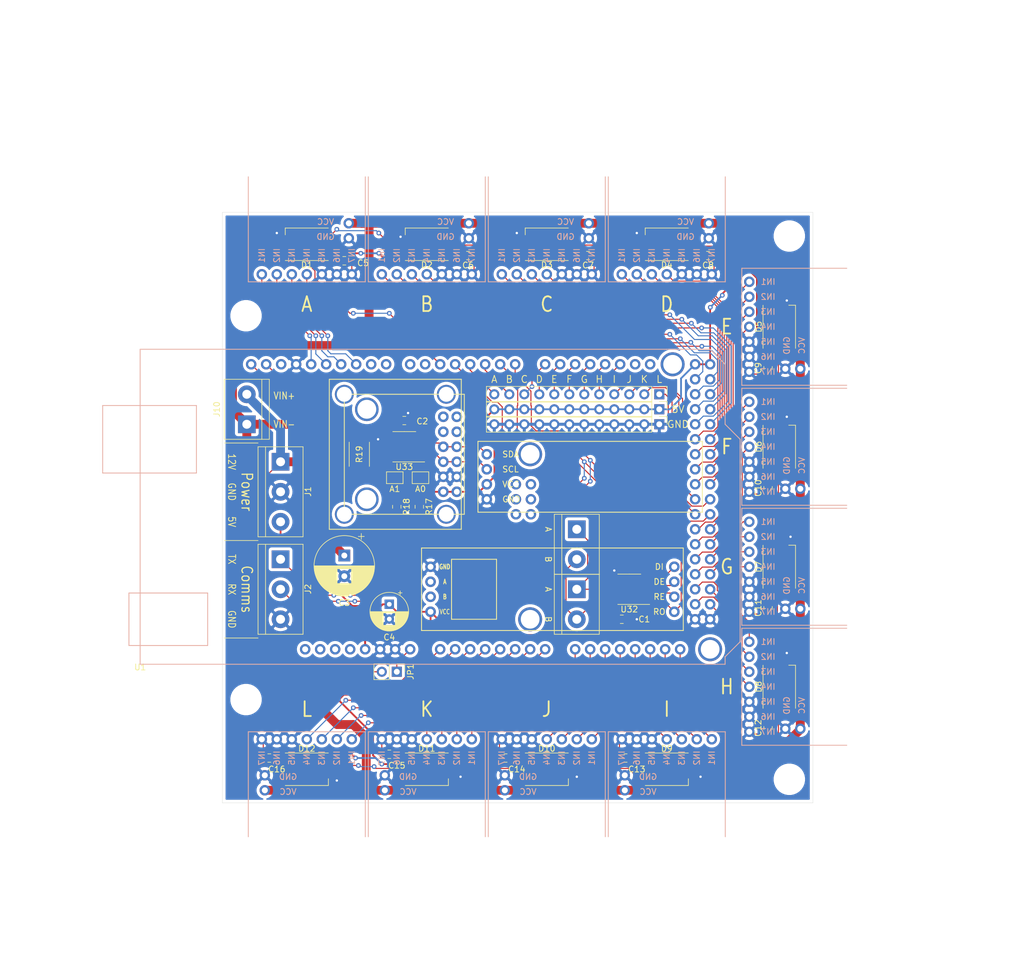
<source format=kicad_pcb>
(kicad_pcb (version 20171130) (host pcbnew 5.1.9-73d0e3b20d~88~ubuntu20.04.1)
  (layers (0 F.Cu signal) (31 B.Cu signal) (34 B.Paste user) (35 F.Paste user) (36 B.SilkS user) (37 F.SilkS user) (38 B.Mask user) (39 F.Mask user) (44 Edge.Cuts user))
  (net 0 "")
  (net 1 +5V)
  (net 2 GND)
  (net 3 +12V)
  (net 4 /RX_EXT)
  (net 5 /TX_EXT)
  (net 6 /SENSOR_L)
  (net 7 /SENSOR_K)
  (net 8 /SENSOR_J)
  (net 9 /SENSOR_I)
  (net 10 /SENSOR_H)
  (net 11 /SENSOR_G)
  (net 12 /SENSOR_F)
  (net 13 /SENSOR_E)
  (net 14 /SENSOR_D)
  (net 15 /SENSOR_C)
  (net 16 /SENSOR_B)
  (net 17 /SENSOR_A)
  (net 18 +12V_Monitored)
  (net 19 "Net-(JP1-Pad1)")
  (net 20 "Net-(JP4-Pad2)")
  (net 21 "Net-(JP5-Pad2)")
  (net 22 /SCL)
  (net 23 /SDA)
  (net 24 /RS485_DRIVE_EN)
  (net 25 /MOTOR_L_PHASE_A)
  (net 26 /MOTOR_L_PHASE_B)
  (net 27 /MOTOR_L_PHASE_C)
  (net 28 /MOTOR_L_PHASE_D)
  (net 29 /MOTOR_K_PHASE_C)
  (net 30 /MOTOR_K_PHASE_D)
  (net 31 /MOTOR_K_PHASE_A)
  (net 32 /MOTOR_K_PHASE_B)
  (net 33 /MOTOR_J_PHASE_C)
  (net 34 /MOTOR_J_PHASE_D)
  (net 35 /MOTOR_J_PHASE_A)
  (net 36 /MOTOR_J_PHASE_B)
  (net 37 /MOTOR_I_PHASE_C)
  (net 38 /MOTOR_I_PHASE_D)
  (net 39 /MOTOR_I_PHASE_A)
  (net 40 /MOTOR_I_PHASE_B)
  (net 41 /MOTOR_H_PHASE_C)
  (net 42 /MOTOR_H_PHASE_D)
  (net 43 /MOTOR_H_PHASE_A)
  (net 44 /MOTOR_H_PHASE_B)
  (net 45 /MOTOR_G_PHASE_C)
  (net 46 /MOTOR_G_PHASE_D)
  (net 47 /MOTOR_G_PHASE_A)
  (net 48 /MOTOR_G_PHASE_B)
  (net 49 /MOTOR_F_PHASE_C)
  (net 50 /MOTOR_F_PHASE_D)
  (net 51 /MOTOR_F_PHASE_A)
  (net 52 /MOTOR_F_PHASE_B)
  (net 53 /MOTOR_E_PHASE_C)
  (net 54 /MOTOR_E_PHASE_D)
  (net 55 /MOTOR_E_PHASE_A)
  (net 56 /MOTOR_E_PHASE_B)
  (net 57 /MOTOR_D_PHASE_D)
  (net 58 /MOTOR_D_PHASE_C)
  (net 59 /MOTOR_D_PHASE_B)
  (net 60 /MOTOR_D_PHASE_A)
  (net 61 /MOTOR_C_PHASE_D)
  (net 62 /MOTOR_C_PHASE_C)
  (net 63 /MOTOR_C_PHASE_B)
  (net 64 /MOTOR_C_PHASE_A)
  (net 65 /MOTOR_B_PHASE_D)
  (net 66 /MOTOR_B_PHASE_C)
  (net 67 /MOTOR_B_PHASE_B)
  (net 68 /MOTOR_B_PHASE_A)
  (net 69 /MOTOR_A_PHASE_D)
  (net 70 /MOTOR_A_PHASE_C)
  (net 71 /MOTOR_A_PHASE_B)
  (net 72 /MOTOR_A_PHASE_A)
  (net 73 "Net-(D1-Pad4)")
  (net 74 /LED_SIGNAL)
  (net 75 "Net-(D2-Pad4)")
  (net 76 "Net-(D3-Pad4)")
  (net 77 "Net-(D4-Pad4)")
  (net 78 "Net-(D5-Pad4)")
  (net 79 "Net-(D6-Pad4)")
  (net 80 "Net-(D7-Pad4)")
  (net 81 "Net-(D8-Pad4)")
  (net 82 "Net-(D10-Pad2)")
  (net 83 "Net-(D10-Pad4)")
  (net 84 "Net-(D11-Pad4)")
  (net 85 /RS485_A)
  (net 86 /RS485_B)
  (module Mega2560Shield:Mega2560Shield_Modified (layer F.Cu) (at 6.0706 96.52)
    (fp_text reference U1 (at 0 0.5) (layer F.SilkS))
    (fp_text value Mega2560Shield)
    (pad ICSP_GND thru_hole circle (at 66.167 -25.4) (size 1.778 1.778) (drill 1.016) (layers *.Cu *.Mask))
    (pad ICSP_RESET thru_hole circle (at 63.627 -25.4) (size 1.778 1.778) (drill 1.016) (layers *.Cu *.Mask))
    (pad ICSP_MOSI thru_hole circle (at 66.167 -27.94) (size 1.778 1.778) (drill 1.016) (layers *.Cu *.Mask))
    (pad ICSP_SCK thru_hole circle (at 63.627 -27.94) (size 1.778 1.778) (drill 1.016) (layers *.Cu *.Mask))
    (pad ICSP_5V thru_hole circle (at 66.167 -30.48) (size 1.778 1.778) (drill 1.016) (layers *.Cu *.Mask))
    (pad ICSP_MISO thru_hole circle (at 63.627 -30.48) (size 1.778 1.778) (drill 1.016) (layers *.Cu *.Mask))
    (pad D21 thru_hole circle (at 86.36 -50.8) (size 1.778 1.778) (drill 1.016) (layers *.Cu *.Mask))
    (pad D20 thru_hole circle (at 83.82 -50.8) (size 1.778 1.778) (drill 1.016) (layers *.Cu *.Mask))
    (pad D19 thru_hole circle (at 81.28 -50.8) (size 1.778 1.778) (drill 1.016) (layers *.Cu *.Mask) (net 10 /SENSOR_H))
    (pad D18 thru_hole circle (at 78.74 -50.8) (size 1.778 1.778) (drill 1.016) (layers *.Cu *.Mask) (net 11 /SENSOR_G))
    (pad D17 thru_hole circle (at 76.2 -50.8) (size 1.778 1.778) (drill 1.016) (layers *.Cu *.Mask) (net 12 /SENSOR_F))
    (pad D16 thru_hole circle (at 73.66 -50.8) (size 1.778 1.778) (drill 1.016) (layers *.Cu *.Mask) (net 13 /SENSOR_E))
    (pad D15 thru_hole circle (at 71.12 -50.8) (size 1.778 1.778) (drill 1.016) (layers *.Cu *.Mask) (net 14 /SENSOR_D))
    (pad D14 thru_hole circle (at 68.58 -50.8) (size 1.778 1.778) (drill 1.016) (layers *.Cu *.Mask) (net 15 /SENSOR_C))
    (pad D0 thru_hole circle (at 63.5 -50.8) (size 1.778 1.778) (drill 1.016) (layers *.Cu *.Mask) (net 4 /RX_EXT))
    (pad D1 thru_hole circle (at 60.96 -50.8) (size 1.778 1.778) (drill 1.016) (layers *.Cu *.Mask) (net 5 /TX_EXT))
    (pad D2 thru_hole circle (at 58.42 -50.8) (size 1.778 1.778) (drill 1.016) (layers *.Cu *.Mask) (net 16 /SENSOR_B))
    (pad D3 thru_hole circle (at 55.88 -50.8) (size 1.778 1.778) (drill 1.016) (layers *.Cu *.Mask) (net 17 /SENSOR_A))
    (pad D4 thru_hole circle (at 53.34 -50.8) (size 1.778 1.778) (drill 1.016) (layers *.Cu *.Mask) (net 24 /RS485_DRIVE_EN))
    (pad D5 thru_hole circle (at 50.8 -50.8) (size 1.778 1.778) (drill 1.016) (layers *.Cu *.Mask) (net 74 /LED_SIGNAL))
    (pad D6 thru_hole circle (at 48.26 -50.8) (size 1.778 1.778) (drill 1.016) (layers *.Cu *.Mask))
    (pad D7 thru_hole circle (at 45.72 -50.8) (size 1.778 1.778) (drill 1.016) (layers *.Cu *.Mask))
    (pad D8 thru_hole circle (at 41.656 -50.8) (size 1.778 1.778) (drill 1.016) (layers *.Cu *.Mask))
    (pad D9 thru_hole circle (at 39.116 -50.8) (size 1.778 1.778) (drill 1.016) (layers *.Cu *.Mask))
    (pad D10 thru_hole circle (at 36.576 -50.8) (size 1.778 1.778) (drill 1.016) (layers *.Cu *.Mask) (net 69 /MOTOR_A_PHASE_D))
    (pad D11 thru_hole circle (at 34.036 -50.8) (size 1.778 1.778) (drill 1.016) (layers *.Cu *.Mask) (net 70 /MOTOR_A_PHASE_C))
    (pad D12 thru_hole circle (at 31.496 -50.8) (size 1.778 1.778) (drill 1.016) (layers *.Cu *.Mask) (net 71 /MOTOR_A_PHASE_B))
    (pad D13 thru_hole circle (at 28.956 -50.8) (size 1.778 1.778) (drill 1.016) (layers *.Cu *.Mask) (net 72 /MOTOR_A_PHASE_A))
    (pad GND thru_hole circle (at 26.416 -50.8) (size 1.778 1.778) (drill 1.016) (layers *.Cu *.Mask) (net 2 GND))
    (pad AREF thru_hole circle (at 23.876 -50.8) (size 1.778 1.778) (drill 1.016) (layers *.Cu *.Mask))
    (pad SDA thru_hole circle (at 21.336 -50.8) (size 1.778 1.778) (drill 1.016) (layers *.Cu *.Mask) (net 23 /SDA))
    (pad SCL thru_hole circle (at 18.796 -50.8) (size 1.778 1.778) (drill 1.016) (layers *.Cu *.Mask) (net 22 /SCL))
    (pad 5V thru_hole circle (at 96.52 -50.8) (size 1.778 1.778) (drill 1.016) (layers *.Cu *.Mask) (net 1 +5V))
    (pad 5V thru_hole circle (at 93.98 -50.8) (size 1.778 1.778) (drill 1.016) (layers *.Cu *.Mask) (net 1 +5V))
    (pad D23 thru_hole circle (at 96.52 -48.26) (size 1.778 1.778) (drill 1.016) (layers *.Cu *.Mask) (net 66 /MOTOR_B_PHASE_C))
    (pad D22 thru_hole circle (at 93.98 -48.26) (size 1.778 1.778) (drill 1.016) (layers *.Cu *.Mask) (net 65 /MOTOR_B_PHASE_D))
    (pad D25 thru_hole circle (at 96.52 -45.72) (size 1.778 1.778) (drill 1.016) (layers *.Cu *.Mask) (net 68 /MOTOR_B_PHASE_A))
    (pad D24 thru_hole circle (at 93.98 -45.72) (size 1.778 1.778) (drill 1.016) (layers *.Cu *.Mask) (net 67 /MOTOR_B_PHASE_B))
    (pad D27 thru_hole circle (at 96.52 -43.18) (size 1.778 1.778) (drill 1.016) (layers *.Cu *.Mask) (net 62 /MOTOR_C_PHASE_C))
    (pad D26 thru_hole circle (at 93.98 -43.18) (size 1.778 1.778) (drill 1.016) (layers *.Cu *.Mask) (net 61 /MOTOR_C_PHASE_D))
    (pad D29 thru_hole circle (at 96.52 -40.64) (size 1.778 1.778) (drill 1.016) (layers *.Cu *.Mask) (net 64 /MOTOR_C_PHASE_A))
    (pad D28 thru_hole circle (at 93.98 -40.64) (size 1.778 1.778) (drill 1.016) (layers *.Cu *.Mask) (net 63 /MOTOR_C_PHASE_B))
    (pad D31 thru_hole circle (at 96.52 -38.1) (size 1.778 1.778) (drill 1.016) (layers *.Cu *.Mask) (net 59 /MOTOR_D_PHASE_B))
    (pad D30 thru_hole circle (at 93.98 -38.1) (size 1.778 1.778) (drill 1.016) (layers *.Cu *.Mask) (net 60 /MOTOR_D_PHASE_A))
    (pad D33 thru_hole circle (at 96.52 -35.56) (size 1.778 1.778) (drill 1.016) (layers *.Cu *.Mask) (net 57 /MOTOR_D_PHASE_D))
    (pad D32 thru_hole circle (at 93.98 -35.56) (size 1.778 1.778) (drill 1.016) (layers *.Cu *.Mask) (net 58 /MOTOR_D_PHASE_C))
    (pad D35 thru_hole circle (at 96.52 -33.02) (size 1.778 1.778) (drill 1.016) (layers *.Cu *.Mask) (net 56 /MOTOR_E_PHASE_B))
    (pad D34 thru_hole circle (at 93.98 -33.02) (size 1.778 1.778) (drill 1.016) (layers *.Cu *.Mask) (net 55 /MOTOR_E_PHASE_A))
    (pad D37 thru_hole circle (at 96.52 -30.48) (size 1.778 1.778) (drill 1.016) (layers *.Cu *.Mask) (net 54 /MOTOR_E_PHASE_D))
    (pad D36 thru_hole circle (at 93.98 -30.48) (size 1.778 1.778) (drill 1.016) (layers *.Cu *.Mask) (net 53 /MOTOR_E_PHASE_C))
    (pad D39 thru_hole circle (at 96.52 -27.94) (size 1.778 1.778) (drill 1.016) (layers *.Cu *.Mask) (net 8 /SENSOR_J))
    (pad D38 thru_hole circle (at 93.98 -27.94) (size 1.778 1.778) (drill 1.016) (layers *.Cu *.Mask) (net 9 /SENSOR_I))
    (pad D41 thru_hole circle (at 96.52 -25.4) (size 1.778 1.778) (drill 1.016) (layers *.Cu *.Mask) (net 6 /SENSOR_L))
    (pad D40 thru_hole circle (at 93.98 -25.4) (size 1.778 1.778) (drill 1.016) (layers *.Cu *.Mask) (net 7 /SENSOR_K))
    (pad D43 thru_hole circle (at 96.52 -22.86) (size 1.778 1.778) (drill 1.016) (layers *.Cu *.Mask) (net 52 /MOTOR_F_PHASE_B))
    (pad D42 thru_hole circle (at 93.98 -22.86) (size 1.778 1.778) (drill 1.016) (layers *.Cu *.Mask) (net 51 /MOTOR_F_PHASE_A))
    (pad D45 thru_hole circle (at 96.52 -20.32) (size 1.778 1.778) (drill 1.016) (layers *.Cu *.Mask) (net 50 /MOTOR_F_PHASE_D))
    (pad D44 thru_hole circle (at 93.98 -20.32) (size 1.778 1.778) (drill 1.016) (layers *.Cu *.Mask) (net 49 /MOTOR_F_PHASE_C))
    (pad D47 thru_hole circle (at 96.52 -17.78) (size 1.778 1.778) (drill 1.016) (layers *.Cu *.Mask) (net 48 /MOTOR_G_PHASE_B))
    (pad D46 thru_hole circle (at 93.98 -17.78) (size 1.778 1.778) (drill 1.016) (layers *.Cu *.Mask) (net 47 /MOTOR_G_PHASE_A))
    (pad D49 thru_hole circle (at 96.52 -15.24) (size 1.778 1.778) (drill 1.016) (layers *.Cu *.Mask) (net 46 /MOTOR_G_PHASE_D))
    (pad D48 thru_hole circle (at 93.98 -15.24) (size 1.778 1.778) (drill 1.016) (layers *.Cu *.Mask) (net 45 /MOTOR_G_PHASE_C))
    (pad D51 thru_hole circle (at 96.52 -12.7) (size 1.778 1.778) (drill 1.016) (layers *.Cu *.Mask) (net 44 /MOTOR_H_PHASE_B))
    (pad D50 thru_hole circle (at 93.98 -12.7) (size 1.778 1.778) (drill 1.016) (layers *.Cu *.Mask) (net 43 /MOTOR_H_PHASE_A))
    (pad D53 thru_hole circle (at 96.52 -10.16) (size 1.778 1.778) (drill 1.016) (layers *.Cu *.Mask) (net 42 /MOTOR_H_PHASE_D))
    (pad D52 thru_hole circle (at 93.98 -10.16) (size 1.778 1.778) (drill 1.016) (layers *.Cu *.Mask) (net 41 /MOTOR_H_PHASE_C))
    (pad GND thru_hole circle (at 96.52 -7.62) (size 1.778 1.778) (drill 1.016) (layers *.Cu *.Mask) (net 2 GND))
    (pad GND thru_hole circle (at 93.98 -7.62) (size 1.778 1.778) (drill 1.016) (layers *.Cu *.Mask) (net 2 GND))
    (pad A15 thru_hole circle (at 91.44 -2.54) (size 1.778 1.778) (drill 1.016) (layers *.Cu *.Mask) (net 39 /MOTOR_I_PHASE_A))
    (pad A14 thru_hole circle (at 88.9 -2.54) (size 1.778 1.778) (drill 1.016) (layers *.Cu *.Mask) (net 40 /MOTOR_I_PHASE_B))
    (pad A13 thru_hole circle (at 86.36 -2.54) (size 1.778 1.778) (drill 1.016) (layers *.Cu *.Mask) (net 37 /MOTOR_I_PHASE_C))
    (pad A12 thru_hole circle (at 83.82 -2.54) (size 1.778 1.778) (drill 1.016) (layers *.Cu *.Mask) (net 38 /MOTOR_I_PHASE_D))
    (pad A11 thru_hole circle (at 81.28 -2.54) (size 1.778 1.778) (drill 1.016) (layers *.Cu *.Mask) (net 35 /MOTOR_J_PHASE_A))
    (pad A10 thru_hole circle (at 78.74 -2.54) (size 1.778 1.778) (drill 1.016) (layers *.Cu *.Mask) (net 36 /MOTOR_J_PHASE_B))
    (pad A9 thru_hole circle (at 76.2 -2.54) (size 1.778 1.778) (drill 1.016) (layers *.Cu *.Mask) (net 33 /MOTOR_J_PHASE_C))
    (pad A8 thru_hole circle (at 73.66 -2.54) (size 1.778 1.778) (drill 1.016) (layers *.Cu *.Mask) (net 34 /MOTOR_J_PHASE_D))
    (pad A7 thru_hole circle (at 68.58 -2.54) (size 1.778 1.778) (drill 1.016) (layers *.Cu *.Mask) (net 31 /MOTOR_K_PHASE_A))
    (pad A6 thru_hole circle (at 66.04 -2.54) (size 1.778 1.778) (drill 1.016) (layers *.Cu *.Mask) (net 32 /MOTOR_K_PHASE_B))
    (pad A5 thru_hole circle (at 63.5 -2.54) (size 1.778 1.778) (drill 1.016) (layers *.Cu *.Mask) (net 29 /MOTOR_K_PHASE_C))
    (pad A4 thru_hole circle (at 60.96 -2.54) (size 1.778 1.778) (drill 1.016) (layers *.Cu *.Mask) (net 30 /MOTOR_K_PHASE_D))
    (pad A3 thru_hole circle (at 58.42 -2.54) (size 1.778 1.778) (drill 1.016) (layers *.Cu *.Mask) (net 25 /MOTOR_L_PHASE_A))
    (pad A2 thru_hole circle (at 55.88 -2.54) (size 1.778 1.778) (drill 1.016) (layers *.Cu *.Mask) (net 26 /MOTOR_L_PHASE_B))
    (pad A1 thru_hole circle (at 53.34 -2.54) (size 1.778 1.778) (drill 1.016) (layers *.Cu *.Mask) (net 27 /MOTOR_L_PHASE_C))
    (pad A0 thru_hole circle (at 50.8 -2.54) (size 1.778 1.778) (drill 1.016) (layers *.Cu *.Mask) (net 28 /MOTOR_L_PHASE_D))
    (pad VIN thru_hole circle (at 45.72 -2.54) (size 1.778 1.778) (drill 1.016) (layers *.Cu *.Mask) (net 19 "Net-(JP1-Pad1)"))
    (pad GND thru_hole circle (at 43.18 -2.54) (size 1.778 1.778) (drill 1.016) (layers *.Cu *.Mask) (net 2 GND))
    (pad GND thru_hole circle (at 40.64 -2.54) (size 1.778 1.778) (drill 1.016) (layers *.Cu *.Mask) (net 2 GND))
    (pad 5V thru_hole circle (at 38.1 -2.54) (size 1.778 1.778) (drill 1.016) (layers *.Cu *.Mask) (net 1 +5V))
    (pad 3V3 thru_hole circle (at 35.56 -2.54) (size 1.778 1.778) (drill 1.016) (layers *.Cu *.Mask))
    (pad RESET thru_hole circle (at 33.02 -2.54) (size 1.778 1.778) (drill 1.016) (layers *.Cu *.Mask))
    (pad IOREF thru_hole circle (at 30.48 -2.54) (size 1.778 1.778) (drill 1.016) (layers *.Cu *.Mask))
    (pad NC thru_hole circle (at 27.94 -2.54) (size 1.778 1.778) (drill 1.016) (layers *.Cu *.Mask))
    (pad MNT thru_hole circle (at 96.52 -2.54) (size 4.064 4.064) (drill 3.175) (layers *.Cu *.Mask))
    (pad MNT thru_hole circle (at 90.17 -50.8) (size 4.064 4.064) (drill 3.175) (layers *.Cu *.Mask))
    (pad MNT thru_hole circle (at 66.04 -7.62) (size 4.064 4.064) (drill 3.175) (layers *.Cu *.Mask))
    (pad MNT thru_hole circle (at 66.04 -35.56) (size 4.064 4.064) (drill 3.175) (layers *.Cu *.Mask))
  )
  (module ULN2003AModule:ULN2003AModule_No_EN_No_FSilk (layer F.Cu) (at 46.99 30.48)
    (fp_text reference U14)
    (fp_text value ULN2003A_B)
    (fp_text user VCC (at 10.795 -8.89) (layer B.SilkS) (effects (justify mirror)))
    (fp_text user GND (at 10.795 -6.35) (layer B.SilkS) (effects (justify mirror)))
    (fp_text user IN7 (at 15.24 -3.175 90) (layer B.SilkS) (effects (justify mirror)))
    (fp_text user IN6 (at 12.7 -3.175 90) (layer B.SilkS) (effects (justify mirror)))
    (fp_text user IN5 (at 10.16 -3.175 90) (layer B.SilkS) (effects (justify mirror)))
    (fp_text user IN4 (at 7.62 -3.175 90) (layer B.SilkS) (effects (justify mirror)))
    (fp_text user IN3 (at 5.08 -3.175 90) (layer B.SilkS) (effects (justify mirror)))
    (fp_text user IN2 (at 2.54 -3.175 90) (layer B.SilkS) (effects (justify mirror)))
    (fp_text user IN1 (at 0 -3.175 90) (layer B.SilkS) (effects (justify mirror)))
    (pad VCC thru_hole circle (at 14.732 -8.64) (size 1.778 1.778) (drill 1.016) (layers *.Cu *.Mask) (net 18 +12V_Monitored))
    (pad GND thru_hole circle (at 14.732 -6.1) (size 1.778 1.778) (drill 1.016) (layers *.Cu *.Mask) (net 2 GND))
    (pad IN7 thru_hole circle (at 15.24 0) (size 1.778 1.778) (drill 1.016) (layers *.Cu *.Mask) (net 2 GND))
    (pad IN6 thru_hole circle (at 12.7 0) (size 1.778 1.778) (drill 1.016) (layers *.Cu *.Mask) (net 2 GND))
    (pad IN5 thru_hole circle (at 10.16 0) (size 1.778 1.778) (drill 1.016) (layers *.Cu *.Mask) (net 2 GND))
    (pad IN4 thru_hole circle (at 7.62 0) (size 1.778 1.778) (drill 1.016) (layers *.Cu *.Mask) (net 65 /MOTOR_B_PHASE_D))
    (pad IN3 thru_hole circle (at 5.08 0) (size 1.778 1.778) (drill 1.016) (layers *.Cu *.Mask) (net 66 /MOTOR_B_PHASE_C))
    (pad IN2 thru_hole circle (at 2.54 0) (size 1.778 1.778) (drill 1.016) (layers *.Cu *.Mask) (net 67 /MOTOR_B_PHASE_B))
    (pad IN1 thru_hole circle (at 0 0) (size 1.778 1.778) (drill 1.016) (layers *.Cu *.Mask) (net 68 /MOTOR_B_PHASE_A))
  )
  (module ULN2003AModule:ULN2003AModule_No_EN_No_FSilk (layer F.Cu) (at 67.31 30.48)
    (fp_text reference U13)
    (fp_text value ULN2003A_C)
    (fp_text user VCC (at 10.795 -8.89) (layer B.SilkS) (effects (justify mirror)))
    (fp_text user GND (at 10.795 -6.35) (layer B.SilkS) (effects (justify mirror)))
    (fp_text user IN7 (at 15.24 -3.175 90) (layer B.SilkS) (effects (justify mirror)))
    (fp_text user IN6 (at 12.7 -3.175 90) (layer B.SilkS) (effects (justify mirror)))
    (fp_text user IN5 (at 10.16 -3.175 90) (layer B.SilkS) (effects (justify mirror)))
    (fp_text user IN4 (at 7.62 -3.175 90) (layer B.SilkS) (effects (justify mirror)))
    (fp_text user IN3 (at 5.08 -3.175 90) (layer B.SilkS) (effects (justify mirror)))
    (fp_text user IN2 (at 2.54 -3.175 90) (layer B.SilkS) (effects (justify mirror)))
    (fp_text user IN1 (at 0 -3.175 90) (layer B.SilkS) (effects (justify mirror)))
    (pad VCC thru_hole circle (at 14.732 -8.64) (size 1.778 1.778) (drill 1.016) (layers *.Cu *.Mask) (net 18 +12V_Monitored))
    (pad GND thru_hole circle (at 14.732 -6.1) (size 1.778 1.778) (drill 1.016) (layers *.Cu *.Mask) (net 2 GND))
    (pad IN7 thru_hole circle (at 15.24 0) (size 1.778 1.778) (drill 1.016) (layers *.Cu *.Mask) (net 2 GND))
    (pad IN6 thru_hole circle (at 12.7 0) (size 1.778 1.778) (drill 1.016) (layers *.Cu *.Mask) (net 2 GND))
    (pad IN5 thru_hole circle (at 10.16 0) (size 1.778 1.778) (drill 1.016) (layers *.Cu *.Mask) (net 2 GND))
    (pad IN4 thru_hole circle (at 7.62 0) (size 1.778 1.778) (drill 1.016) (layers *.Cu *.Mask) (net 61 /MOTOR_C_PHASE_D))
    (pad IN3 thru_hole circle (at 5.08 0) (size 1.778 1.778) (drill 1.016) (layers *.Cu *.Mask) (net 62 /MOTOR_C_PHASE_C))
    (pad IN2 thru_hole circle (at 2.54 0) (size 1.778 1.778) (drill 1.016) (layers *.Cu *.Mask) (net 63 /MOTOR_C_PHASE_B))
    (pad IN1 thru_hole circle (at 0 0) (size 1.778 1.778) (drill 1.016) (layers *.Cu *.Mask) (net 64 /MOTOR_C_PHASE_A))
  )
  (module ULN2003AModule:ULN2003AModule_No_EN_No_FSilk (layer F.Cu) (at 87.63 30.48)
    (fp_text reference U12)
    (fp_text value ULN2003A_D)
    (fp_text user VCC (at 10.795 -8.89) (layer B.SilkS) (effects (justify mirror)))
    (fp_text user GND (at 10.795 -6.35) (layer B.SilkS) (effects (justify mirror)))
    (fp_text user IN7 (at 15.24 -3.175 90) (layer B.SilkS) (effects (justify mirror)))
    (fp_text user IN6 (at 12.7 -3.175 90) (layer B.SilkS) (effects (justify mirror)))
    (fp_text user IN5 (at 10.16 -3.175 90) (layer B.SilkS) (effects (justify mirror)))
    (fp_text user IN4 (at 7.62 -3.175 90) (layer B.SilkS) (effects (justify mirror)))
    (fp_text user IN3 (at 5.08 -3.175 90) (layer B.SilkS) (effects (justify mirror)))
    (fp_text user IN2 (at 2.54 -3.175 90) (layer B.SilkS) (effects (justify mirror)))
    (fp_text user IN1 (at 0 -3.175 90) (layer B.SilkS) (effects (justify mirror)))
    (pad VCC thru_hole circle (at 14.732 -8.64) (size 1.778 1.778) (drill 1.016) (layers *.Cu *.Mask) (net 18 +12V_Monitored))
    (pad GND thru_hole circle (at 14.732 -6.1) (size 1.778 1.778) (drill 1.016) (layers *.Cu *.Mask) (net 2 GND))
    (pad IN7 thru_hole circle (at 15.24 0) (size 1.778 1.778) (drill 1.016) (layers *.Cu *.Mask) (net 2 GND))
    (pad IN6 thru_hole circle (at 12.7 0) (size 1.778 1.778) (drill 1.016) (layers *.Cu *.Mask) (net 2 GND))
    (pad IN5 thru_hole circle (at 10.16 0) (size 1.778 1.778) (drill 1.016) (layers *.Cu *.Mask) (net 2 GND))
    (pad IN4 thru_hole circle (at 7.62 0) (size 1.778 1.778) (drill 1.016) (layers *.Cu *.Mask) (net 57 /MOTOR_D_PHASE_D))
    (pad IN3 thru_hole circle (at 5.08 0) (size 1.778 1.778) (drill 1.016) (layers *.Cu *.Mask) (net 58 /MOTOR_D_PHASE_C))
    (pad IN2 thru_hole circle (at 2.54 0) (size 1.778 1.778) (drill 1.016) (layers *.Cu *.Mask) (net 59 /MOTOR_D_PHASE_B))
    (pad IN1 thru_hole circle (at 0 0) (size 1.778 1.778) (drill 1.016) (layers *.Cu *.Mask) (net 60 /MOTOR_D_PHASE_A))
  )
  (module ULN2003AModule:ULN2003AModule_No_EN_No_FSilk (layer F.Cu) (at 109.22 31.75 270)
    (fp_text reference U10)
    (fp_text value ULN2003A_E)
    (fp_text user VCC (at 10.795 -8.89 90) (layer B.SilkS) (effects (justify mirror)))
    (fp_text user GND (at 10.795 -6.35 90) (layer B.SilkS) (effects (justify mirror)))
    (fp_text user IN7 (at 15.24 -3.175) (layer B.SilkS) (effects (justify mirror)))
    (fp_text user IN6 (at 12.7 -3.175) (layer B.SilkS) (effects (justify mirror)))
    (fp_text user IN5 (at 10.16 -3.175) (layer B.SilkS) (effects (justify mirror)))
    (fp_text user IN4 (at 7.62 -3.175) (layer B.SilkS) (effects (justify mirror)))
    (fp_text user IN3 (at 5.08 -3.175) (layer B.SilkS) (effects (justify mirror)))
    (fp_text user IN2 (at 2.54 -3.175) (layer B.SilkS) (effects (justify mirror)))
    (fp_text user IN1 (at 0 -3.175) (layer B.SilkS) (effects (justify mirror)))
    (pad VCC thru_hole circle (at 14.732 -8.64 270) (size 1.778 1.778) (drill 1.016) (layers *.Cu *.Mask) (net 18 +12V_Monitored))
    (pad GND thru_hole circle (at 14.732 -6.1 270) (size 1.778 1.778) (drill 1.016) (layers *.Cu *.Mask) (net 2 GND))
    (pad IN7 thru_hole circle (at 15.24 0 270) (size 1.778 1.778) (drill 1.016) (layers *.Cu *.Mask) (net 2 GND))
    (pad IN6 thru_hole circle (at 12.7 0 270) (size 1.778 1.778) (drill 1.016) (layers *.Cu *.Mask) (net 2 GND))
    (pad IN5 thru_hole circle (at 10.16 0 270) (size 1.778 1.778) (drill 1.016) (layers *.Cu *.Mask) (net 2 GND))
    (pad IN4 thru_hole circle (at 7.62 0 270) (size 1.778 1.778) (drill 1.016) (layers *.Cu *.Mask) (net 54 /MOTOR_E_PHASE_D))
    (pad IN3 thru_hole circle (at 5.08 0 270) (size 1.778 1.778) (drill 1.016) (layers *.Cu *.Mask) (net 53 /MOTOR_E_PHASE_C))
    (pad IN2 thru_hole circle (at 2.54 0 270) (size 1.778 1.778) (drill 1.016) (layers *.Cu *.Mask) (net 56 /MOTOR_E_PHASE_B))
    (pad IN1 thru_hole circle (at 0 0 270) (size 1.778 1.778) (drill 1.016) (layers *.Cu *.Mask) (net 55 /MOTOR_E_PHASE_A))
  )
  (module ULN2003AModule:ULN2003AModule_No_EN_No_FSilk (layer F.Cu) (at 109.22 52.07 270)
    (fp_text reference U9)
    (fp_text value ULN2003A_F)
    (fp_text user VCC (at 10.795 -8.89 90) (layer B.SilkS) (effects (justify mirror)))
    (fp_text user GND (at 10.795 -6.35 90) (layer B.SilkS) (effects (justify mirror)))
    (fp_text user IN7 (at 15.24 -3.175) (layer B.SilkS) (effects (justify mirror)))
    (fp_text user IN6 (at 12.7 -3.175) (layer B.SilkS) (effects (justify mirror)))
    (fp_text user IN5 (at 10.16 -3.175) (layer B.SilkS) (effects (justify mirror)))
    (fp_text user IN4 (at 7.62 -3.175) (layer B.SilkS) (effects (justify mirror)))
    (fp_text user IN3 (at 5.08 -3.175) (layer B.SilkS) (effects (justify mirror)))
    (fp_text user IN2 (at 2.54 -3.175) (layer B.SilkS) (effects (justify mirror)))
    (fp_text user IN1 (at 0 -3.175) (layer B.SilkS) (effects (justify mirror)))
    (pad VCC thru_hole circle (at 14.732 -8.64 270) (size 1.778 1.778) (drill 1.016) (layers *.Cu *.Mask) (net 18 +12V_Monitored))
    (pad GND thru_hole circle (at 14.732 -6.1 270) (size 1.778 1.778) (drill 1.016) (layers *.Cu *.Mask) (net 2 GND))
    (pad IN7 thru_hole circle (at 15.24 0 270) (size 1.778 1.778) (drill 1.016) (layers *.Cu *.Mask) (net 2 GND))
    (pad IN6 thru_hole circle (at 12.7 0 270) (size 1.778 1.778) (drill 1.016) (layers *.Cu *.Mask) (net 2 GND))
    (pad IN5 thru_hole circle (at 10.16 0 270) (size 1.778 1.778) (drill 1.016) (layers *.Cu *.Mask) (net 2 GND))
    (pad IN4 thru_hole circle (at 7.62 0 270) (size 1.778 1.778) (drill 1.016) (layers *.Cu *.Mask) (net 50 /MOTOR_F_PHASE_D))
    (pad IN3 thru_hole circle (at 5.08 0 270) (size 1.778 1.778) (drill 1.016) (layers *.Cu *.Mask) (net 49 /MOTOR_F_PHASE_C))
    (pad IN2 thru_hole circle (at 2.54 0 270) (size 1.778 1.778) (drill 1.016) (layers *.Cu *.Mask) (net 52 /MOTOR_F_PHASE_B))
    (pad IN1 thru_hole circle (at 0 0 270) (size 1.778 1.778) (drill 1.016) (layers *.Cu *.Mask) (net 51 /MOTOR_F_PHASE_A))
  )
  (module ULN2003AModule:ULN2003AModule_No_EN_No_FSilk (layer F.Cu) (at 109.22 72.39 270)
    (fp_text reference U8)
    (fp_text value ULN2003A_G)
    (fp_text user VCC (at 10.795 -8.89 90) (layer B.SilkS) (effects (justify mirror)))
    (fp_text user GND (at 10.795 -6.35 90) (layer B.SilkS) (effects (justify mirror)))
    (fp_text user IN7 (at 15.24 -3.175) (layer B.SilkS) (effects (justify mirror)))
    (fp_text user IN6 (at 12.7 -3.175) (layer B.SilkS) (effects (justify mirror)))
    (fp_text user IN5 (at 10.16 -3.175) (layer B.SilkS) (effects (justify mirror)))
    (fp_text user IN4 (at 7.62 -3.175) (layer B.SilkS) (effects (justify mirror)))
    (fp_text user IN3 (at 5.08 -3.175) (layer B.SilkS) (effects (justify mirror)))
    (fp_text user IN2 (at 2.54 -3.175) (layer B.SilkS) (effects (justify mirror)))
    (fp_text user IN1 (at 0 -3.175) (layer B.SilkS) (effects (justify mirror)))
    (pad VCC thru_hole circle (at 14.732 -8.64 270) (size 1.778 1.778) (drill 1.016) (layers *.Cu *.Mask) (net 18 +12V_Monitored))
    (pad GND thru_hole circle (at 14.732 -6.1 270) (size 1.778 1.778) (drill 1.016) (layers *.Cu *.Mask) (net 2 GND))
    (pad IN7 thru_hole circle (at 15.24 0 270) (size 1.778 1.778) (drill 1.016) (layers *.Cu *.Mask) (net 2 GND))
    (pad IN6 thru_hole circle (at 12.7 0 270) (size 1.778 1.778) (drill 1.016) (layers *.Cu *.Mask) (net 2 GND))
    (pad IN5 thru_hole circle (at 10.16 0 270) (size 1.778 1.778) (drill 1.016) (layers *.Cu *.Mask) (net 2 GND))
    (pad IN4 thru_hole circle (at 7.62 0 270) (size 1.778 1.778) (drill 1.016) (layers *.Cu *.Mask) (net 46 /MOTOR_G_PHASE_D))
    (pad IN3 thru_hole circle (at 5.08 0 270) (size 1.778 1.778) (drill 1.016) (layers *.Cu *.Mask) (net 45 /MOTOR_G_PHASE_C))
    (pad IN2 thru_hole circle (at 2.54 0 270) (size 1.778 1.778) (drill 1.016) (layers *.Cu *.Mask) (net 48 /MOTOR_G_PHASE_B))
    (pad IN1 thru_hole circle (at 0 0 270) (size 1.778 1.778) (drill 1.016) (layers *.Cu *.Mask) (net 47 /MOTOR_G_PHASE_A))
  )
  (module ULN2003AModule:ULN2003AModule_No_EN_No_FSilk (layer F.Cu) (at 109.22 92.71 270)
    (fp_text reference U7)
    (fp_text value ULN2003A_H)
    (fp_text user VCC (at 10.795 -8.89 90) (layer B.SilkS) (effects (justify mirror)))
    (fp_text user GND (at 10.795 -6.35 90) (layer B.SilkS) (effects (justify mirror)))
    (fp_text user IN7 (at 15.24 -3.175) (layer B.SilkS) (effects (justify mirror)))
    (fp_text user IN6 (at 12.7 -3.175) (layer B.SilkS) (effects (justify mirror)))
    (fp_text user IN5 (at 10.16 -3.175) (layer B.SilkS) (effects (justify mirror)))
    (fp_text user IN4 (at 7.62 -3.175) (layer B.SilkS) (effects (justify mirror)))
    (fp_text user IN3 (at 5.08 -3.175) (layer B.SilkS) (effects (justify mirror)))
    (fp_text user IN2 (at 2.54 -3.175) (layer B.SilkS) (effects (justify mirror)))
    (fp_text user IN1 (at 0 -3.175) (layer B.SilkS) (effects (justify mirror)))
    (pad VCC thru_hole circle (at 14.732 -8.64 270) (size 1.778 1.778) (drill 1.016) (layers *.Cu *.Mask) (net 18 +12V_Monitored))
    (pad GND thru_hole circle (at 14.732 -6.1 270) (size 1.778 1.778) (drill 1.016) (layers *.Cu *.Mask) (net 2 GND))
    (pad IN7 thru_hole circle (at 15.24 0 270) (size 1.778 1.778) (drill 1.016) (layers *.Cu *.Mask) (net 2 GND))
    (pad IN6 thru_hole circle (at 12.7 0 270) (size 1.778 1.778) (drill 1.016) (layers *.Cu *.Mask) (net 2 GND))
    (pad IN5 thru_hole circle (at 10.16 0 270) (size 1.778 1.778) (drill 1.016) (layers *.Cu *.Mask) (net 2 GND))
    (pad IN4 thru_hole circle (at 7.62 0 270) (size 1.778 1.778) (drill 1.016) (layers *.Cu *.Mask) (net 42 /MOTOR_H_PHASE_D))
    (pad IN3 thru_hole circle (at 5.08 0 270) (size 1.778 1.778) (drill 1.016) (layers *.Cu *.Mask) (net 41 /MOTOR_H_PHASE_C))
    (pad IN2 thru_hole circle (at 2.54 0 270) (size 1.778 1.778) (drill 1.016) (layers *.Cu *.Mask) (net 44 /MOTOR_H_PHASE_B))
    (pad IN1 thru_hole circle (at 0 0 270) (size 1.778 1.778) (drill 1.016) (layers *.Cu *.Mask) (net 43 /MOTOR_H_PHASE_A))
  )
  (module ULN2003AModule:ULN2003AModule_No_EN_No_FSilk (layer F.Cu) (at 102.87 109.22 180)
    (fp_text reference U6)
    (fp_text value ULN2003A_I)
    (fp_text user VCC (at 10.795 -8.89) (layer B.SilkS) (effects (justify mirror)))
    (fp_text user GND (at 10.795 -6.35) (layer B.SilkS) (effects (justify mirror)))
    (fp_text user IN7 (at 15.24 -3.175 90) (layer B.SilkS) (effects (justify mirror)))
    (fp_text user IN6 (at 12.7 -3.175 90) (layer B.SilkS) (effects (justify mirror)))
    (fp_text user IN5 (at 10.16 -3.175 90) (layer B.SilkS) (effects (justify mirror)))
    (fp_text user IN4 (at 7.62 -3.175 90) (layer B.SilkS) (effects (justify mirror)))
    (fp_text user IN3 (at 5.08 -3.175 90) (layer B.SilkS) (effects (justify mirror)))
    (fp_text user IN2 (at 2.54 -3.175 90) (layer B.SilkS) (effects (justify mirror)))
    (fp_text user IN1 (at 0 -3.175 90) (layer B.SilkS) (effects (justify mirror)))
    (pad VCC thru_hole circle (at 14.732 -8.64 180) (size 1.778 1.778) (drill 1.016) (layers *.Cu *.Mask) (net 18 +12V_Monitored))
    (pad GND thru_hole circle (at 14.732 -6.1 180) (size 1.778 1.778) (drill 1.016) (layers *.Cu *.Mask) (net 2 GND))
    (pad IN7 thru_hole circle (at 15.24 0 180) (size 1.778 1.778) (drill 1.016) (layers *.Cu *.Mask) (net 2 GND))
    (pad IN6 thru_hole circle (at 12.7 0 180) (size 1.778 1.778) (drill 1.016) (layers *.Cu *.Mask) (net 2 GND))
    (pad IN5 thru_hole circle (at 10.16 0 180) (size 1.778 1.778) (drill 1.016) (layers *.Cu *.Mask) (net 2 GND))
    (pad IN4 thru_hole circle (at 7.62 0 180) (size 1.778 1.778) (drill 1.016) (layers *.Cu *.Mask) (net 38 /MOTOR_I_PHASE_D))
    (pad IN3 thru_hole circle (at 5.08 0 180) (size 1.778 1.778) (drill 1.016) (layers *.Cu *.Mask) (net 37 /MOTOR_I_PHASE_C))
    (pad IN2 thru_hole circle (at 2.54 0 180) (size 1.778 1.778) (drill 1.016) (layers *.Cu *.Mask) (net 40 /MOTOR_I_PHASE_B))
    (pad IN1 thru_hole circle (at 0 0 180) (size 1.778 1.778) (drill 1.016) (layers *.Cu *.Mask) (net 39 /MOTOR_I_PHASE_A))
  )
  (module ULN2003AModule:ULN2003AModule_No_EN_No_FSilk (layer F.Cu) (at 82.55 109.22 180)
    (fp_text reference U5)
    (fp_text value ULN2003A_J)
    (fp_text user VCC (at 10.795 -8.89) (layer B.SilkS) (effects (justify mirror)))
    (fp_text user GND (at 10.795 -6.35) (layer B.SilkS) (effects (justify mirror)))
    (fp_text user IN7 (at 15.24 -3.175 90) (layer B.SilkS) (effects (justify mirror)))
    (fp_text user IN6 (at 12.7 -3.175 90) (layer B.SilkS) (effects (justify mirror)))
    (fp_text user IN5 (at 10.16 -3.175 90) (layer B.SilkS) (effects (justify mirror)))
    (fp_text user IN4 (at 7.62 -3.175 90) (layer B.SilkS) (effects (justify mirror)))
    (fp_text user IN3 (at 5.08 -3.175 90) (layer B.SilkS) (effects (justify mirror)))
    (fp_text user IN2 (at 2.54 -3.175 90) (layer B.SilkS) (effects (justify mirror)))
    (fp_text user IN1 (at 0 -3.175 90) (layer B.SilkS) (effects (justify mirror)))
    (pad VCC thru_hole circle (at 14.732 -8.64 180) (size 1.778 1.778) (drill 1.016) (layers *.Cu *.Mask) (net 18 +12V_Monitored))
    (pad GND thru_hole circle (at 14.732 -6.1 180) (size 1.778 1.778) (drill 1.016) (layers *.Cu *.Mask) (net 2 GND))
    (pad IN7 thru_hole circle (at 15.24 0 180) (size 1.778 1.778) (drill 1.016) (layers *.Cu *.Mask) (net 2 GND))
    (pad IN6 thru_hole circle (at 12.7 0 180) (size 1.778 1.778) (drill 1.016) (layers *.Cu *.Mask) (net 2 GND))
    (pad IN5 thru_hole circle (at 10.16 0 180) (size 1.778 1.778) (drill 1.016) (layers *.Cu *.Mask) (net 2 GND))
    (pad IN4 thru_hole circle (at 7.62 0 180) (size 1.778 1.778) (drill 1.016) (layers *.Cu *.Mask) (net 34 /MOTOR_J_PHASE_D))
    (pad IN3 thru_hole circle (at 5.08 0 180) (size 1.778 1.778) (drill 1.016) (layers *.Cu *.Mask) (net 33 /MOTOR_J_PHASE_C))
    (pad IN2 thru_hole circle (at 2.54 0 180) (size 1.778 1.778) (drill 1.016) (layers *.Cu *.Mask) (net 36 /MOTOR_J_PHASE_B))
    (pad IN1 thru_hole circle (at 0 0 180) (size 1.778 1.778) (drill 1.016) (layers *.Cu *.Mask) (net 35 /MOTOR_J_PHASE_A))
  )
  (module ULN2003AModule:ULN2003AModule_No_EN_No_FSilk (layer F.Cu) (at 62.23 109.22 180)
    (fp_text reference U4)
    (fp_text value ULN2003A_K)
    (fp_text user VCC (at 10.795 -8.89) (layer B.SilkS) (effects (justify mirror)))
    (fp_text user GND (at 10.795 -6.35) (layer B.SilkS) (effects (justify mirror)))
    (fp_text user IN7 (at 15.24 -3.175 90) (layer B.SilkS) (effects (justify mirror)))
    (fp_text user IN6 (at 12.7 -3.175 90) (layer B.SilkS) (effects (justify mirror)))
    (fp_text user IN5 (at 10.16 -3.175 90) (layer B.SilkS) (effects (justify mirror)))
    (fp_text user IN4 (at 7.62 -3.175 90) (layer B.SilkS) (effects (justify mirror)))
    (fp_text user IN3 (at 5.08 -3.175 90) (layer B.SilkS) (effects (justify mirror)))
    (fp_text user IN2 (at 2.54 -3.175 90) (layer B.SilkS) (effects (justify mirror)))
    (fp_text user IN1 (at 0 -3.175 90) (layer B.SilkS) (effects (justify mirror)))
    (pad VCC thru_hole circle (at 14.732 -8.64 180) (size 1.778 1.778) (drill 1.016) (layers *.Cu *.Mask) (net 18 +12V_Monitored))
    (pad GND thru_hole circle (at 14.732 -6.1 180) (size 1.778 1.778) (drill 1.016) (layers *.Cu *.Mask) (net 2 GND))
    (pad IN7 thru_hole circle (at 15.24 0 180) (size 1.778 1.778) (drill 1.016) (layers *.Cu *.Mask) (net 2 GND))
    (pad IN6 thru_hole circle (at 12.7 0 180) (size 1.778 1.778) (drill 1.016) (layers *.Cu *.Mask) (net 2 GND))
    (pad IN5 thru_hole circle (at 10.16 0 180) (size 1.778 1.778) (drill 1.016) (layers *.Cu *.Mask) (net 2 GND))
    (pad IN4 thru_hole circle (at 7.62 0 180) (size 1.778 1.778) (drill 1.016) (layers *.Cu *.Mask) (net 30 /MOTOR_K_PHASE_D))
    (pad IN3 thru_hole circle (at 5.08 0 180) (size 1.778 1.778) (drill 1.016) (layers *.Cu *.Mask) (net 29 /MOTOR_K_PHASE_C))
    (pad IN2 thru_hole circle (at 2.54 0 180) (size 1.778 1.778) (drill 1.016) (layers *.Cu *.Mask) (net 32 /MOTOR_K_PHASE_B))
    (pad IN1 thru_hole circle (at 0 0 180) (size 1.778 1.778) (drill 1.016) (layers *.Cu *.Mask) (net 31 /MOTOR_K_PHASE_A))
  )
  (module ULN2003AModule:ULN2003AModule_No_EN_No_FSilk (layer F.Cu) (at 41.91 109.22 180)
    (fp_text reference U3)
    (fp_text value ULN2003A_L)
    (fp_text user VCC (at 10.795 -8.89) (layer B.SilkS) (effects (justify mirror)))
    (fp_text user GND (at 10.795 -6.35) (layer B.SilkS) (effects (justify mirror)))
    (fp_text user IN7 (at 15.24 -3.175 90) (layer B.SilkS) (effects (justify mirror)))
    (fp_text user IN6 (at 12.7 -3.175 90) (layer B.SilkS) (effects (justify mirror)))
    (fp_text user IN5 (at 10.16 -3.175 90) (layer B.SilkS) (effects (justify mirror)))
    (fp_text user IN4 (at 7.62 -3.175 90) (layer B.SilkS) (effects (justify mirror)))
    (fp_text user IN3 (at 5.08 -3.175 90) (layer B.SilkS) (effects (justify mirror)))
    (fp_text user IN2 (at 2.54 -3.175 90) (layer B.SilkS) (effects (justify mirror)))
    (fp_text user IN1 (at 0 -3.175 90) (layer B.SilkS) (effects (justify mirror)))
    (pad VCC thru_hole circle (at 14.732 -8.64 180) (size 1.778 1.778) (drill 1.016) (layers *.Cu *.Mask) (net 18 +12V_Monitored))
    (pad GND thru_hole circle (at 14.732 -6.1 180) (size 1.778 1.778) (drill 1.016) (layers *.Cu *.Mask) (net 2 GND))
    (pad IN7 thru_hole circle (at 15.24 0 180) (size 1.778 1.778) (drill 1.016) (layers *.Cu *.Mask) (net 2 GND))
    (pad IN6 thru_hole circle (at 12.7 0 180) (size 1.778 1.778) (drill 1.016) (layers *.Cu *.Mask) (net 2 GND))
    (pad IN5 thru_hole circle (at 10.16 0 180) (size 1.778 1.778) (drill 1.016) (layers *.Cu *.Mask) (net 2 GND))
    (pad IN4 thru_hole circle (at 7.62 0 180) (size 1.778 1.778) (drill 1.016) (layers *.Cu *.Mask) (net 28 /MOTOR_L_PHASE_D))
    (pad IN3 thru_hole circle (at 5.08 0 180) (size 1.778 1.778) (drill 1.016) (layers *.Cu *.Mask) (net 27 /MOTOR_L_PHASE_C))
    (pad IN2 thru_hole circle (at 2.54 0 180) (size 1.778 1.778) (drill 1.016) (layers *.Cu *.Mask) (net 26 /MOTOR_L_PHASE_B))
    (pad IN1 thru_hole circle (at 0 0 180) (size 1.778 1.778) (drill 1.016) (layers *.Cu *.Mask) (net 25 /MOTOR_L_PHASE_A))
  )
  (module ULN2003AModule:ULN2003AModule_No_EN_No_FSilk (layer F.Cu) (at 26.67 30.48)
    (fp_text reference U15)
    (fp_text value ULN2003A_A)
    (fp_text user VCC (at 10.795 -8.89) (layer B.SilkS) (effects (justify mirror)))
    (fp_text user GND (at 10.795 -6.35) (layer B.SilkS) (effects (justify mirror)))
    (fp_text user IN7 (at 15.24 -3.175 90) (layer B.SilkS) (effects (justify mirror)))
    (fp_text user IN6 (at 12.7 -3.175 90) (layer B.SilkS) (effects (justify mirror)))
    (fp_text user IN5 (at 10.16 -3.175 90) (layer B.SilkS) (effects (justify mirror)))
    (fp_text user IN4 (at 7.62 -3.175 90) (layer B.SilkS) (effects (justify mirror)))
    (fp_text user IN3 (at 5.08 -3.175 90) (layer B.SilkS) (effects (justify mirror)))
    (fp_text user IN2 (at 2.54 -3.175 90) (layer B.SilkS) (effects (justify mirror)))
    (fp_text user IN1 (at 0 -3.175 90) (layer B.SilkS) (effects (justify mirror)))
    (pad VCC thru_hole circle (at 14.732 -8.64) (size 1.778 1.778) (drill 1.016) (layers *.Cu *.Mask) (net 18 +12V_Monitored))
    (pad GND thru_hole circle (at 14.732 -6.1) (size 1.778 1.778) (drill 1.016) (layers *.Cu *.Mask) (net 2 GND))
    (pad IN7 thru_hole circle (at 15.24 0) (size 1.778 1.778) (drill 1.016) (layers *.Cu *.Mask) (net 2 GND))
    (pad IN6 thru_hole circle (at 12.7 0) (size 1.778 1.778) (drill 1.016) (layers *.Cu *.Mask) (net 2 GND))
    (pad IN5 thru_hole circle (at 10.16 0) (size 1.778 1.778) (drill 1.016) (layers *.Cu *.Mask) (net 2 GND))
    (pad IN4 thru_hole circle (at 7.62 0) (size 1.778 1.778) (drill 1.016) (layers *.Cu *.Mask) (net 69 /MOTOR_A_PHASE_D))
    (pad IN3 thru_hole circle (at 5.08 0) (size 1.778 1.778) (drill 1.016) (layers *.Cu *.Mask) (net 70 /MOTOR_A_PHASE_C))
    (pad IN2 thru_hole circle (at 2.54 0) (size 1.778 1.778) (drill 1.016) (layers *.Cu *.Mask) (net 71 /MOTOR_A_PHASE_B))
    (pad IN1 thru_hole circle (at 0 0) (size 1.778 1.778) (drill 1.016) (layers *.Cu *.Mask) (net 72 /MOTOR_A_PHASE_A))
  )
  (module RS485:RS485Module (layer F.Cu) (at 96.52 87.63 180)
    (fp_text reference U17 hide)
    (fp_text value RS485Module)
    (fp_text user GND (at 38.862 7.62) (layer F.SilkS) (effects (font (size 0.8 0.6))))
    (fp_text user A (at 38.862 5.08) (layer F.SilkS) (effects (font (size 0.8 0.6))))
    (fp_text user B (at 38.862 2.54) (layer F.SilkS) (effects (font (size 0.8 0.6))))
    (fp_text user VCC (at 38.862 0) (layer F.SilkS) (effects (font (size 0.8 0.6) (thickness 0.12))))
    (fp_text user DI (at 2.54 7.62) (layer F.SilkS))
    (fp_text user DE (at 2.54 5.08) (layer F.SilkS))
    (fp_text user RE (at 2.54 2.54) (layer F.SilkS))
    (fp_text user RO (at 2.54 0) (layer F.SilkS))
    (pad GND thru_hole circle (at 41.275 7.62 180) (size 1.8 1.8) (drill 1) (layers *.Cu *.Mask) (net 2 GND))
    (pad A thru_hole circle (at 41.275 5.08 180) (size 1.8 1.8) (drill 1) (layers *.Cu *.Mask))
    (pad B thru_hole circle (at 41.275 2.54 180) (size 1.8 1.8) (drill 1) (layers *.Cu *.Mask))
    (pad VCC thru_hole circle (at 41.275 0 180) (size 1.8 1.8) (drill 1) (layers *.Cu *.Mask) (net 1 +5V))
    (pad DI thru_hole circle (at 0 7.62 180) (size 1.8 1.8) (drill 1) (layers *.Cu *.Mask) (net 5 /TX_EXT))
    (pad DE thru_hole circle (at 0 5.08 180) (size 1.8 1.8) (drill 1) (layers *.Cu *.Mask) (net 24 /RS485_DRIVE_EN))
    (pad RE thru_hole circle (at 0 2.54 180) (size 1.8 1.8) (drill 1) (layers *.Cu *.Mask) (net 24 /RS485_DRIVE_EN))
    (pad RO thru_hole circle (at 0 0 180) (size 1.8 1.8) (drill 1) (layers *.Cu *.Mask) (net 4 /RX_EXT))
  )
  (module Capacitor_THT:CP_Radial_D10.0mm_P3.50mm (layer F.Cu) (at 40.64 78.105 270)
    (fp_text reference C3 (at 8.001 0 180) (layer F.SilkS))
    (fp_text value 100uF)
    (pad 2 thru_hole circle (at 3.5 0 270) (size 2 2) (drill 1) (layers *.Cu *.Mask) (net 2 GND))
    (pad 1 thru_hole rect (at 0 0 270) (size 2 2) (drill 1) (layers *.Cu *.Mask) (net 3 +12V))
  )
  (module Capacitor_THT:CP_Radial_D6.3mm_P2.50mm (layer F.Cu) (at 48.26 86.36 270)
    (fp_text reference C4 (at 5.588 0 180) (layer F.SilkS))
    (fp_text value 10uF)
    (pad 2 thru_hole circle (at 2.5 0 270) (size 1.6 1.6) (drill 0.8) (layers *.Cu *.Mask) (net 2 GND))
    (pad 1 thru_hole rect (at 0 0 270) (size 1.6 1.6) (drill 0.8) (layers *.Cu *.Mask) (net 1 +5V))
  )
  (module Connector_PinHeader_2.54mm:PinHeader_1x12_P2.54mm_Vertical (layer F.Cu) (at 93.98 53.34 270)
    (fp_text reference J4 hide)
    (fp_text value 5V)
    (pad 12 thru_hole oval (at 0 27.94 270) (size 1.7 1.7) (drill 1) (layers *.Cu *.Mask) (net 1 +5V))
    (pad 11 thru_hole oval (at 0 25.4 270) (size 1.7 1.7) (drill 1) (layers *.Cu *.Mask) (net 1 +5V))
    (pad 10 thru_hole oval (at 0 22.86 270) (size 1.7 1.7) (drill 1) (layers *.Cu *.Mask) (net 1 +5V))
    (pad 9 thru_hole oval (at 0 20.32 270) (size 1.7 1.7) (drill 1) (layers *.Cu *.Mask) (net 1 +5V))
    (pad 8 thru_hole oval (at 0 17.78 270) (size 1.7 1.7) (drill 1) (layers *.Cu *.Mask) (net 1 +5V))
    (pad 7 thru_hole oval (at 0 15.24 270) (size 1.7 1.7) (drill 1) (layers *.Cu *.Mask) (net 1 +5V))
    (pad 6 thru_hole oval (at 0 12.7 270) (size 1.7 1.7) (drill 1) (layers *.Cu *.Mask) (net 1 +5V))
    (pad 5 thru_hole oval (at 0 10.16 270) (size 1.7 1.7) (drill 1) (layers *.Cu *.Mask) (net 1 +5V))
    (pad 4 thru_hole oval (at 0 7.62 270) (size 1.7 1.7) (drill 1) (layers *.Cu *.Mask) (net 1 +5V))
    (pad 3 thru_hole oval (at 0 5.08 270) (size 1.7 1.7) (drill 1) (layers *.Cu *.Mask) (net 1 +5V))
    (pad 2 thru_hole oval (at 0 2.54 270) (size 1.7 1.7) (drill 1) (layers *.Cu *.Mask) (net 1 +5V))
    (pad 1 thru_hole rect (at 0 0 270) (size 1.7 1.7) (drill 1) (layers *.Cu *.Mask) (net 1 +5V))
  )
  (module LED_SMD:LED_SK6812_PLCC4_5.0x5.0mm_P3.2mm (layer F.Cu) (at 34.29 114.3)
    (fp_text reference D12 (at 0 -3.5) (layer F.SilkS))
    (fp_text value SK6812_L)
    (pad 3 smd rect (at -2.45 -1.6) (size 1.5 1) (layers F.Cu F.Paste F.Mask) (net 1 +5V))
    (pad 4 smd rect (at -2.45 1.6) (size 1.5 1) (layers F.Cu F.Paste F.Mask))
    (pad 2 smd rect (at 2.45 -1.6) (size 1.5 1) (layers F.Cu F.Paste F.Mask) (net 84 "Net-(D11-Pad4)"))
    (pad 1 smd rect (at 2.45 1.6) (size 1.5 1) (layers F.Cu F.Paste F.Mask) (net 2 GND))
  )
  (module LED_SMD:LED_SK6812_PLCC4_5.0x5.0mm_P3.2mm (layer F.Cu) (at 54.61 114.3)
    (fp_text reference D11 (at 0 -3.5) (layer F.SilkS))
    (fp_text value SK6812_K)
    (pad 3 smd rect (at -2.45 -1.6) (size 1.5 1) (layers F.Cu F.Paste F.Mask) (net 1 +5V))
    (pad 4 smd rect (at -2.45 1.6) (size 1.5 1) (layers F.Cu F.Paste F.Mask) (net 84 "Net-(D11-Pad4)"))
    (pad 2 smd rect (at 2.45 -1.6) (size 1.5 1) (layers F.Cu F.Paste F.Mask) (net 83 "Net-(D10-Pad4)"))
    (pad 1 smd rect (at 2.45 1.6) (size 1.5 1) (layers F.Cu F.Paste F.Mask) (net 2 GND))
  )
  (module LED_SMD:LED_SK6812_PLCC4_5.0x5.0mm_P3.2mm (layer F.Cu) (at 74.93 114.3)
    (fp_text reference D10 (at 0 -3.5) (layer F.SilkS))
    (fp_text value SK6812_J)
    (pad 3 smd rect (at -2.45 -1.6) (size 1.5 1) (layers F.Cu F.Paste F.Mask) (net 1 +5V))
    (pad 4 smd rect (at -2.45 1.6) (size 1.5 1) (layers F.Cu F.Paste F.Mask) (net 83 "Net-(D10-Pad4)"))
    (pad 2 smd rect (at 2.45 -1.6) (size 1.5 1) (layers F.Cu F.Paste F.Mask) (net 82 "Net-(D10-Pad2)"))
    (pad 1 smd rect (at 2.45 1.6) (size 1.5 1) (layers F.Cu F.Paste F.Mask) (net 2 GND))
  )
  (module LED_SMD:LED_SK6812_PLCC4_5.0x5.0mm_P3.2mm (layer F.Cu) (at 95.25 114.3)
    (fp_text reference D9 (at 0 -3.5) (layer F.SilkS))
    (fp_text value SK6812_I)
    (pad 3 smd rect (at -2.45 -1.6) (size 1.5 1) (layers F.Cu F.Paste F.Mask) (net 1 +5V))
    (pad 4 smd rect (at -2.45 1.6) (size 1.5 1) (layers F.Cu F.Paste F.Mask) (net 82 "Net-(D10-Pad2)"))
    (pad 2 smd rect (at 2.45 -1.6) (size 1.5 1) (layers F.Cu F.Paste F.Mask) (net 81 "Net-(D8-Pad4)"))
    (pad 1 smd rect (at 2.45 1.6) (size 1.5 1) (layers F.Cu F.Paste F.Mask) (net 2 GND))
  )
  (module LED_SMD:LED_SK6812_PLCC4_5.0x5.0mm_P3.2mm (layer F.Cu) (at 114.3 100.33 90)
    (fp_text reference D8 (at 0 -3.5 90) (layer F.SilkS))
    (fp_text value SK6812_H)
    (pad 3 smd rect (at -2.45 -1.6 90) (size 1.5 1) (layers F.Cu F.Paste F.Mask) (net 1 +5V))
    (pad 4 smd rect (at -2.45 1.6 90) (size 1.5 1) (layers F.Cu F.Paste F.Mask) (net 81 "Net-(D8-Pad4)"))
    (pad 2 smd rect (at 2.45 -1.6 90) (size 1.5 1) (layers F.Cu F.Paste F.Mask) (net 80 "Net-(D7-Pad4)"))
    (pad 1 smd rect (at 2.45 1.6 90) (size 1.5 1) (layers F.Cu F.Paste F.Mask) (net 2 GND))
  )
  (module LED_SMD:LED_SK6812_PLCC4_5.0x5.0mm_P3.2mm (layer F.Cu) (at 114.3 80.01 90)
    (fp_text reference D7 (at 0 -3.5 90) (layer F.SilkS))
    (fp_text value SK6812_G)
    (pad 3 smd rect (at -2.45 -1.6 90) (size 1.5 1) (layers F.Cu F.Paste F.Mask) (net 1 +5V))
    (pad 4 smd rect (at -2.45 1.6 90) (size 1.5 1) (layers F.Cu F.Paste F.Mask) (net 80 "Net-(D7-Pad4)"))
    (pad 2 smd rect (at 2.45 -1.6 90) (size 1.5 1) (layers F.Cu F.Paste F.Mask) (net 79 "Net-(D6-Pad4)"))
    (pad 1 smd rect (at 2.45 1.6 90) (size 1.5 1) (layers F.Cu F.Paste F.Mask) (net 2 GND))
  )
  (module LED_SMD:LED_SK6812_PLCC4_5.0x5.0mm_P3.2mm (layer F.Cu) (at 114.3 59.69 90)
    (fp_text reference D6 (at 0 -3.5 90) (layer F.SilkS))
    (fp_text value SK6812_F)
    (pad 3 smd rect (at -2.45 -1.6 90) (size 1.5 1) (layers F.Cu F.Paste F.Mask) (net 1 +5V))
    (pad 4 smd rect (at -2.45 1.6 90) (size 1.5 1) (layers F.Cu F.Paste F.Mask) (net 79 "Net-(D6-Pad4)"))
    (pad 2 smd rect (at 2.45 -1.6 90) (size 1.5 1) (layers F.Cu F.Paste F.Mask) (net 78 "Net-(D5-Pad4)"))
    (pad 1 smd rect (at 2.45 1.6 90) (size 1.5 1) (layers F.Cu F.Paste F.Mask) (net 2 GND))
  )
  (module LED_SMD:LED_SK6812_PLCC4_5.0x5.0mm_P3.2mm (layer F.Cu) (at 114.3 39.37 90)
    (fp_text reference D5 (at 0 -3.5 90) (layer F.SilkS))
    (fp_text value SK6812_E)
    (pad 3 smd rect (at -2.45 -1.6 90) (size 1.5 1) (layers F.Cu F.Paste F.Mask) (net 1 +5V))
    (pad 4 smd rect (at -2.45 1.6 90) (size 1.5 1) (layers F.Cu F.Paste F.Mask) (net 78 "Net-(D5-Pad4)"))
    (pad 2 smd rect (at 2.45 -1.6 90) (size 1.5 1) (layers F.Cu F.Paste F.Mask) (net 77 "Net-(D4-Pad4)"))
    (pad 1 smd rect (at 2.45 1.6 90) (size 1.5 1) (layers F.Cu F.Paste F.Mask) (net 2 GND))
  )
  (module LED_SMD:LED_SK6812_PLCC4_5.0x5.0mm_P3.2mm (layer F.Cu) (at 95.25 25.4 180)
    (fp_text reference D4 (at 0 -3.5) (layer F.SilkS))
    (fp_text value SK6812_D)
    (pad 3 smd rect (at -2.45 -1.6 180) (size 1.5 1) (layers F.Cu F.Paste F.Mask) (net 1 +5V))
    (pad 4 smd rect (at -2.45 1.6 180) (size 1.5 1) (layers F.Cu F.Paste F.Mask) (net 77 "Net-(D4-Pad4)"))
    (pad 2 smd rect (at 2.45 -1.6 180) (size 1.5 1) (layers F.Cu F.Paste F.Mask) (net 76 "Net-(D3-Pad4)"))
    (pad 1 smd rect (at 2.45 1.6 180) (size 1.5 1) (layers F.Cu F.Paste F.Mask) (net 2 GND))
  )
  (module LED_SMD:LED_SK6812_PLCC4_5.0x5.0mm_P3.2mm (layer F.Cu) (at 74.93 25.4 180)
    (fp_text reference D3 (at 0 -3.5) (layer F.SilkS))
    (fp_text value SK6812_C)
    (pad 3 smd rect (at -2.45 -1.6 180) (size 1.5 1) (layers F.Cu F.Paste F.Mask) (net 1 +5V))
    (pad 4 smd rect (at -2.45 1.6 180) (size 1.5 1) (layers F.Cu F.Paste F.Mask) (net 76 "Net-(D3-Pad4)"))
    (pad 2 smd rect (at 2.45 -1.6 180) (size 1.5 1) (layers F.Cu F.Paste F.Mask) (net 75 "Net-(D2-Pad4)"))
    (pad 1 smd rect (at 2.45 1.6 180) (size 1.5 1) (layers F.Cu F.Paste F.Mask) (net 2 GND))
  )
  (module LED_SMD:LED_SK6812_PLCC4_5.0x5.0mm_P3.2mm (layer F.Cu) (at 54.61 25.4 180)
    (fp_text reference D2 (at 0 -3.5) (layer F.SilkS))
    (fp_text value SK6812_B)
    (pad 3 smd rect (at -2.45 -1.6 180) (size 1.5 1) (layers F.Cu F.Paste F.Mask) (net 1 +5V))
    (pad 4 smd rect (at -2.45 1.6 180) (size 1.5 1) (layers F.Cu F.Paste F.Mask) (net 75 "Net-(D2-Pad4)"))
    (pad 2 smd rect (at 2.45 -1.6 180) (size 1.5 1) (layers F.Cu F.Paste F.Mask) (net 73 "Net-(D1-Pad4)"))
    (pad 1 smd rect (at 2.45 1.6 180) (size 1.5 1) (layers F.Cu F.Paste F.Mask) (net 2 GND))
  )
  (module LED_SMD:LED_SK6812_PLCC4_5.0x5.0mm_P3.2mm (layer F.Cu) (at 34.29 25.4 180)
    (fp_text reference D1 (at 0 -3.5) (layer F.SilkS))
    (fp_text value SK6812_A)
    (pad 3 smd rect (at -2.45 -1.6 180) (size 1.5 1) (layers F.Cu F.Paste F.Mask) (net 1 +5V))
    (pad 4 smd rect (at -2.45 1.6 180) (size 1.5 1) (layers F.Cu F.Paste F.Mask) (net 73 "Net-(D1-Pad4)"))
    (pad 2 smd rect (at 2.45 -1.6 180) (size 1.5 1) (layers F.Cu F.Paste F.Mask) (net 74 /LED_SIGNAL))
    (pad 1 smd rect (at 2.45 1.6 180) (size 1.5 1) (layers F.Cu F.Paste F.Mask) (net 2 GND))
  )
  (module Capacitor_SMD:C_0805_2012Metric_Pad1.15x1.40mm_HandSolder (layer F.Cu) (at 27.94 112.395)
    (fp_text reference C16 (at 1.27 1.905) (layer F.SilkS))
    (fp_text value 0.1uF)
    (pad 2 smd roundrect (at 1.025 0) (size 1.15 1.4) (layers F.Cu F.Paste F.Mask) (roundrect_rratio 0.217391) (net 1 +5V))
    (pad 1 smd roundrect (at -1.025 0) (size 1.15 1.4) (layers F.Cu F.Paste F.Mask) (roundrect_rratio 0.217391) (net 2 GND))
  )
  (module Capacitor_SMD:C_0805_2012Metric_Pad1.15x1.40mm_HandSolder (layer F.Cu) (at 48.26 111.76)
    (fp_text reference C15 (at 1.27 1.905) (layer F.SilkS))
    (fp_text value 0.1uF)
    (pad 2 smd roundrect (at 1.025 0) (size 1.15 1.4) (layers F.Cu F.Paste F.Mask) (roundrect_rratio 0.217391) (net 1 +5V))
    (pad 1 smd roundrect (at -1.025 0) (size 1.15 1.4) (layers F.Cu F.Paste F.Mask) (roundrect_rratio 0.217391) (net 2 GND))
  )
  (module Capacitor_SMD:C_0805_2012Metric_Pad1.15x1.40mm_HandSolder (layer F.Cu) (at 67.945 112.395)
    (fp_text reference C14 (at 1.905 1.905) (layer F.SilkS))
    (fp_text value 0.1uF)
    (pad 2 smd roundrect (at 1.025 0) (size 1.15 1.4) (layers F.Cu F.Paste F.Mask) (roundrect_rratio 0.217391) (net 1 +5V))
    (pad 1 smd roundrect (at -1.025 0) (size 1.15 1.4) (layers F.Cu F.Paste F.Mask) (roundrect_rratio 0.217391) (net 2 GND))
  )
  (module Capacitor_SMD:C_0805_2012Metric_Pad1.15x1.40mm_HandSolder (layer F.Cu) (at 88.265 112.395)
    (fp_text reference C13 (at 1.905 1.905) (layer F.SilkS))
    (fp_text value 0.1uF)
    (pad 2 smd roundrect (at 1.025 0) (size 1.15 1.4) (layers F.Cu F.Paste F.Mask) (roundrect_rratio 0.217391) (net 1 +5V))
    (pad 1 smd roundrect (at -1.025 0) (size 1.15 1.4) (layers F.Cu F.Paste F.Mask) (roundrect_rratio 0.217391) (net 2 GND))
  )
  (module Capacitor_SMD:C_0805_2012Metric_Pad1.15x1.40mm_HandSolder (layer F.Cu) (at 112.395 107.315 90)
    (fp_text reference C12 (at 0 -1.65 90) (layer F.SilkS))
    (fp_text value 0.1uF)
    (pad 2 smd roundrect (at 1.025 0 90) (size 1.15 1.4) (layers F.Cu F.Paste F.Mask) (roundrect_rratio 0.217391) (net 1 +5V))
    (pad 1 smd roundrect (at -1.025 0 90) (size 1.15 1.4) (layers F.Cu F.Paste F.Mask) (roundrect_rratio 0.217391) (net 2 GND))
  )
  (module Capacitor_SMD:C_0805_2012Metric_Pad1.15x1.40mm_HandSolder (layer F.Cu) (at 112.395 86.995 90)
    (fp_text reference C11 (at 0 -1.65 90) (layer F.SilkS))
    (fp_text value 0.1uF)
    (pad 2 smd roundrect (at 1.025 0 90) (size 1.15 1.4) (layers F.Cu F.Paste F.Mask) (roundrect_rratio 0.217391) (net 1 +5V))
    (pad 1 smd roundrect (at -1.025 0 90) (size 1.15 1.4) (layers F.Cu F.Paste F.Mask) (roundrect_rratio 0.217391) (net 2 GND))
  )
  (module Capacitor_SMD:C_0805_2012Metric_Pad1.15x1.40mm_HandSolder (layer F.Cu) (at 112.395 66.675 90)
    (fp_text reference C10 (at 0 -1.65 90) (layer F.SilkS))
    (fp_text value 0.1uF)
    (pad 2 smd roundrect (at 1.025 0 90) (size 1.15 1.4) (layers F.Cu F.Paste F.Mask) (roundrect_rratio 0.217391) (net 1 +5V))
    (pad 1 smd roundrect (at -1.025 0 90) (size 1.15 1.4) (layers F.Cu F.Paste F.Mask) (roundrect_rratio 0.217391) (net 2 GND))
  )
  (module Capacitor_SMD:C_0805_2012Metric_Pad1.15x1.40mm_HandSolder (layer F.Cu) (at 112.395 46.355 90)
    (fp_text reference C9 (at 0 -1.65 90) (layer F.SilkS))
    (fp_text value 0.1uF)
    (pad 2 smd roundrect (at 1.025 0 90) (size 1.15 1.4) (layers F.Cu F.Paste F.Mask) (roundrect_rratio 0.217391) (net 1 +5V))
    (pad 1 smd roundrect (at -1.025 0 90) (size 1.15 1.4) (layers F.Cu F.Paste F.Mask) (roundrect_rratio 0.217391) (net 2 GND))
  )
  (module Capacitor_SMD:C_0805_2012Metric_Pad1.15x1.40mm_HandSolder (layer F.Cu) (at 102.235 27.305 180)
    (fp_text reference C8 (at 0 -1.65) (layer F.SilkS))
    (fp_text value 0.1uF)
    (pad 2 smd roundrect (at 1.025 0 180) (size 1.15 1.4) (layers F.Cu F.Paste F.Mask) (roundrect_rratio 0.217391) (net 1 +5V))
    (pad 1 smd roundrect (at -1.025 0 180) (size 1.15 1.4) (layers F.Cu F.Paste F.Mask) (roundrect_rratio 0.217391) (net 2 GND))
  )
  (module Capacitor_SMD:C_0805_2012Metric_Pad1.15x1.40mm_HandSolder (layer F.Cu) (at 81.915 27.305 180)
    (fp_text reference C7 (at 0 -1.65) (layer F.SilkS))
    (fp_text value 0.1uF)
    (pad 2 smd roundrect (at 1.025 0 180) (size 1.15 1.4) (layers F.Cu F.Paste F.Mask) (roundrect_rratio 0.217391) (net 1 +5V))
    (pad 1 smd roundrect (at -1.025 0 180) (size 1.15 1.4) (layers F.Cu F.Paste F.Mask) (roundrect_rratio 0.217391) (net 2 GND))
  )
  (module Capacitor_SMD:C_0805_2012Metric_Pad1.15x1.40mm_HandSolder (layer F.Cu) (at 61.595 27.305 180)
    (fp_text reference C6 (at 0 -1.65) (layer F.SilkS))
    (fp_text value 0.1uF)
    (pad 2 smd roundrect (at 1.025 0 180) (size 1.15 1.4) (layers F.Cu F.Paste F.Mask) (roundrect_rratio 0.217391) (net 1 +5V))
    (pad 1 smd roundrect (at -1.025 0 180) (size 1.15 1.4) (layers F.Cu F.Paste F.Mask) (roundrect_rratio 0.217391) (net 2 GND))
  )
  (module Capacitor_SMD:C_0805_2012Metric_Pad1.15x1.40mm_HandSolder (layer F.Cu) (at 40.64 28.194 180)
    (fp_text reference C5 (at -3.175 -0.381) (layer F.SilkS))
    (fp_text value 0.1uF)
    (pad 2 smd roundrect (at 1.025 0 180) (size 1.15 1.4) (layers F.Cu F.Paste F.Mask) (roundrect_rratio 0.217391) (net 1 +5V))
    (pad 1 smd roundrect (at -1.025 0 180) (size 1.15 1.4) (layers F.Cu F.Paste F.Mask) (roundrect_rratio 0.217391) (net 2 GND))
  )
  (module Capacitor_SMD:C_0805_2012Metric_Pad1.15x1.40mm_HandSolder (layer F.Cu) (at 50.8 55.245 180)
    (fp_text reference C2 (at -3.048 -0.127) (layer F.SilkS))
    (fp_text value 0.1uF)
    (pad 2 smd roundrect (at 1.025 0 180) (size 1.15 1.4) (layers F.Cu F.Paste F.Mask) (roundrect_rratio 0.217391) (net 1 +5V))
    (pad 1 smd roundrect (at -1.025 0 180) (size 1.15 1.4) (layers F.Cu F.Paste F.Mask) (roundrect_rratio 0.217391) (net 2 GND))
  )
  (module Capacitor_SMD:C_0805_2012Metric_Pad1.15x1.40mm_HandSolder (layer F.Cu) (at 87.63 88.9 180)
    (fp_text reference C1 (at -3.81 0) (layer F.SilkS))
    (fp_text value 0.1uF)
    (pad 2 smd roundrect (at 1.025 0 180) (size 1.15 1.4) (layers F.Cu F.Paste F.Mask) (roundrect_rratio 0.217391) (net 1 +5V))
    (pad 1 smd roundrect (at -1.025 0 180) (size 1.15 1.4) (layers F.Cu F.Paste F.Mask) (roundrect_rratio 0.217391) (net 2 GND))
  )
  (module Resistor_SMD:R_0805_2012Metric_Pad1.15x1.40mm_HandSolder (layer F.Cu) (at 49.53 69.85 270)
    (fp_text reference R18 (at 0 -1.65 90) (layer F.SilkS))
    (fp_text value 10k)
    (pad 2 smd roundrect (at 1.025 0 270) (size 1.15 1.4) (layers F.Cu F.Paste F.Mask) (roundrect_rratio 0.217391) (net 2 GND))
    (pad 1 smd roundrect (at -1.025 0 270) (size 1.15 1.4) (layers F.Cu F.Paste F.Mask) (roundrect_rratio 0.217391) (net 21 "Net-(JP5-Pad2)"))
  )
  (module Resistor_SMD:R_0805_2012Metric_Pad1.15x1.40mm_HandSolder (layer F.Cu) (at 53.34 69.85 270)
    (fp_text reference R17 (at 0 -1.65 90) (layer F.SilkS))
    (fp_text value 10k)
    (pad 2 smd roundrect (at 1.025 0 270) (size 1.15 1.4) (layers F.Cu F.Paste F.Mask) (roundrect_rratio 0.217391) (net 2 GND))
    (pad 1 smd roundrect (at -1.025 0 270) (size 1.15 1.4) (layers F.Cu F.Paste F.Mask) (roundrect_rratio 0.217391) (net 20 "Net-(JP4-Pad2)"))
  )
  (module SSD1306:SSD1306_128x32 (layer F.Cu) (at 64.77 60.96)
    (fp_text reference U2 hide)
    (fp_text value SSD1306_I2C)
    (fp_text user GND (at 2.54 7.62) (layer F.SilkS) (effects (justify left)))
    (fp_text user VCC (at 2.54 5.08) (layer F.SilkS) (effects (justify left)))
    (fp_text user SCL (at 2.54 2.54) (layer F.SilkS) (effects (justify left)))
    (fp_text user SDA (at 2.54 0) (layer F.SilkS) (effects (justify left)))
    (pad 4 thru_hole circle (at 0 7.62) (size 1.8 1.8) (drill 1) (layers *.Cu *.Mask) (net 2 GND))
    (pad 3 thru_hole circle (at 0 5.08) (size 1.8 1.8) (drill 1) (layers *.Cu *.Mask) (net 1 +5V))
    (pad 2 thru_hole circle (at 0 2.54) (size 1.8 1.8) (drill 1) (layers *.Cu *.Mask) (net 22 /SCL))
    (pad 1 thru_hole circle (at 0 0) (size 1.8 1.8) (drill 1) (layers *.Cu *.Mask) (net 23 /SDA))
  )
  (module TerminalBlock:TerminalBlock_bornier-2_P5.08mm (layer F.Cu) (at 24.13 55.88 90)
    (fp_text reference J10 (at 2.54 -5.08 90) (layer F.SilkS))
    (fp_text value "12V SENSE")
    (pad 2 thru_hole circle (at 5.08 0 90) (size 3 3) (drill 1.52) (layers *.Cu *.Mask) (net 3 +12V))
    (pad 1 thru_hole rect (at 0 0 90) (size 3 3) (drill 1.52) (layers *.Cu *.Mask) (net 18 +12V_Monitored))
  )
  (module TerminalBlock:TerminalBlock_bornier-2_P5.08mm (layer F.Cu) (at 80.01 83.82 270)
    (fp_text reference J9 hide)
    (fp_text value RS485)
    (pad 2 thru_hole circle (at 5.08 0 270) (size 3 3) (drill 1.52) (layers *.Cu *.Mask) (net 86 /RS485_B))
    (pad 1 thru_hole rect (at 0 0 270) (size 3 3) (drill 1.52) (layers *.Cu *.Mask) (net 85 /RS485_A))
  )
  (module TerminalBlock:TerminalBlock_bornier-2_P5.08mm (layer F.Cu) (at 80.01 73.66 270)
    (fp_text reference J8 hide)
    (fp_text value RS485)
    (pad 2 thru_hole circle (at 5.08 0 270) (size 3 3) (drill 1.52) (layers *.Cu *.Mask) (net 86 /RS485_B))
    (pad 1 thru_hole rect (at 0 0 270) (size 3 3) (drill 1.52) (layers *.Cu *.Mask) (net 85 /RS485_A))
  )
  (module Package_SO:SOIC-8_3.9x4.9mm_P1.27mm (layer F.Cu) (at 50.8 59.69 180)
    (fp_text reference U33 (at 0 -3.4) (layer F.SilkS))
    (fp_text value INA219BxD)
    (pad 8 smd roundrect (at 2.475 -1.905 180) (size 1.95 0.6) (layers F.Cu F.Paste F.Mask) (net 3 +12V))
    (pad 7 smd roundrect (at 2.475 -0.635 180) (size 1.95 0.6) (layers F.Cu F.Paste F.Mask) (net 18 +12V_Monitored))
    (pad 6 smd roundrect (at 2.475 0.635 180) (size 1.95 0.6) (layers F.Cu F.Paste F.Mask) (net 2 GND))
    (pad 5 smd roundrect (at 2.475 1.905 180) (size 1.95 0.6) (layers F.Cu F.Paste F.Mask) (net 1 +5V))
    (pad 4 smd roundrect (at -2.475 1.905 180) (size 1.95 0.6) (layers F.Cu F.Paste F.Mask) (net 22 /SCL))
    (pad 3 smd roundrect (at -2.475 0.635 180) (size 1.95 0.6) (layers F.Cu F.Paste F.Mask) (net 23 /SDA))
    (pad 2 smd roundrect (at -2.475 -0.635 180) (size 1.95 0.6) (layers F.Cu F.Paste F.Mask) (net 20 "Net-(JP4-Pad2)"))
    (pad 1 smd roundrect (at -2.475 -1.905 180) (size 1.95 0.6) (layers F.Cu F.Paste F.Mask) (net 21 "Net-(JP5-Pad2)"))
  )
  (module Package_SO:SOIC-8_3.9x4.9mm_P1.27mm (layer F.Cu) (at 88.9 83.82 180)
    (fp_text reference U32 (at 0 -3.4) (layer F.SilkS))
    (fp_text value SP485)
    (pad 8 smd roundrect (at 2.475 -1.905 180) (size 1.95 0.6) (layers F.Cu F.Paste F.Mask) (net 1 +5V))
    (pad 7 smd roundrect (at 2.475 -0.635 180) (size 1.95 0.6) (layers F.Cu F.Paste F.Mask) (net 86 /RS485_B))
    (pad 6 smd roundrect (at 2.475 0.635 180) (size 1.95 0.6) (layers F.Cu F.Paste F.Mask) (net 85 /RS485_A))
    (pad 5 smd roundrect (at 2.475 1.905 180) (size 1.95 0.6) (layers F.Cu F.Paste F.Mask) (net 2 GND))
    (pad 4 smd roundrect (at -2.475 1.905 180) (size 1.95 0.6) (layers F.Cu F.Paste F.Mask) (net 5 /TX_EXT))
    (pad 3 smd roundrect (at -2.475 0.635 180) (size 1.95 0.6) (layers F.Cu F.Paste F.Mask) (net 24 /RS485_DRIVE_EN))
    (pad 2 smd roundrect (at -2.475 -0.635 180) (size 1.95 0.6) (layers F.Cu F.Paste F.Mask) (net 24 /RS485_DRIVE_EN))
    (pad 1 smd roundrect (at -2.475 -1.905 180) (size 1.95 0.6) (layers F.Cu F.Paste F.Mask) (net 4 /RX_EXT))
  )
  (module INA219:INA219_SMALL (layer F.Cu) (at 59.69 67.31 90)
    (fp_text reference U31 hide)
    (fp_text value "INA219 Breakout Narrow (purple)")
    (pad "" thru_hole circle (at 13.97 -15.24 90) (size 4 4) (drill 3.2) (layers *.Cu *.Mask))
    (pad "" thru_hole circle (at -1.27 -15.24 90) (size 4 4) (drill 3.2) (layers *.Cu *.Mask))
    (pad VIN+ thru_hole circle (at 12.7 0 90) (size 1.8 1.8) (drill 1) (layers *.Cu *.Mask))
    (pad VIN- thru_hole circle (at 10.16 0 90) (size 1.8 1.8) (drill 1) (layers *.Cu *.Mask))
    (pad SDA thru_hole circle (at 7.62 0 90) (size 1.8 1.8) (drill 1) (layers *.Cu *.Mask) (net 23 /SDA))
    (pad SCL thru_hole circle (at 5.08 0 90) (size 1.8 1.8) (drill 1) (layers *.Cu *.Mask) (net 22 /SCL))
    (pad GND thru_hole circle (at 2.54 0 90) (size 1.8 1.8) (drill 1) (layers *.Cu *.Mask) (net 2 GND))
    (pad VCC thru_hole circle (at 0 0 90) (size 1.8 1.8) (drill 1) (layers *.Cu *.Mask) (net 1 +5V))
  )
  (module INA219:INA219_LARGE (layer F.Cu) (at 57.404 67.31 90)
    (fp_text reference U11 hide)
    (fp_text value "INA219 Breakout Wide (blue)")
    (pad "" thru_hole circle (at 16.51 -16.764 90) (size 3.2 3.2) (drill 2.54) (layers *.Cu *.Mask))
    (pad "" thru_hole circle (at -3.81 -16.764 90) (size 3.2 3.2) (drill 2.54) (layers *.Cu *.Mask))
    (pad "" thru_hole circle (at 16.51 0.508 90) (size 3.2 3.2) (drill 2.54) (layers *.Cu *.Mask))
    (pad "" thru_hole circle (at -3.81 0.508 90) (size 3.2 3.2) (drill 2.54) (layers *.Cu *.Mask))
    (pad VIN+ thru_hole circle (at 12.7 0 90) (size 1.8 1.8) (drill 1) (layers *.Cu *.Mask))
    (pad VIN- thru_hole circle (at 10.16 0 90) (size 1.8 1.8) (drill 1) (layers *.Cu *.Mask))
    (pad SDA thru_hole circle (at 7.62 0 90) (size 1.8 1.8) (drill 1) (layers *.Cu *.Mask) (net 23 /SDA))
    (pad SCL thru_hole circle (at 5.08 0 90) (size 1.8 1.8) (drill 1) (layers *.Cu *.Mask) (net 22 /SCL))
    (pad GND thru_hole circle (at 2.54 0 90) (size 1.8 1.8) (drill 1) (layers *.Cu *.Mask) (net 2 GND))
    (pad VCC thru_hole circle (at 0 0 90) (size 1.8 1.8) (drill 1) (layers *.Cu *.Mask) (net 1 +5V))
  )
  (module Resistor_SMD:R_2512_6332Metric_Pad1.52x3.35mm_HandSolder (layer F.Cu) (at 43.18 60.96 90)
    (fp_text reference R19 (at 0 0 90) (layer F.SilkS))
    (fp_text value "0.1R 1% 1/2 W")
    (pad 2 smd roundrect (at 2.9875 0 90) (size 1.525 3.35) (layers F.Cu F.Paste F.Mask) (roundrect_rratio 0.163934) (net 18 +12V_Monitored))
    (pad 1 smd roundrect (at -2.9875 0 90) (size 1.525 3.35) (layers F.Cu F.Paste F.Mask) (roundrect_rratio 0.163934) (net 3 +12V))
  )
  (module Jumper:SolderJumper-2_P1.3mm_Open_TrianglePad1.0x1.5mm (layer F.Cu) (at 49.19 64.93)
    (fp_text reference JP5 hide)
    (fp_text value A1 (at 0 1.9) (layer F.SilkS))
    (pad 1 smd custom (at -0.725 0) (size 0.3 0.3) (layers F.Cu F.Mask) (net 1 +5V) (options (clearance outline) (anchor rect)) (primitives (gr_poly (pts (xy -0.5 -0.75) (xy 0.5 -0.75) (xy 1 0) (xy 0.5 0.75) (xy -0.5 0.75)) (width 0))))
    (pad 2 smd custom (at 0.725 0) (size 0.3 0.3) (layers F.Cu F.Mask) (net 21 "Net-(JP5-Pad2)") (options (clearance outline) (anchor rect)) (primitives (gr_poly (pts (xy -0.65 -0.75) (xy 0.5 -0.75) (xy 0.5 0.75) (xy -0.65 0.75) (xy -0.15 0)) (width 0))))
  )
  (module Jumper:SolderJumper-2_P1.3mm_Open_TrianglePad1.0x1.5mm (layer F.Cu) (at 53.54 64.93)
    (fp_text reference JP4 hide)
    (fp_text value A0 (at 0 1.9) (layer F.SilkS))
    (pad 1 smd custom (at -0.725 0) (size 0.3 0.3) (layers F.Cu F.Mask) (net 1 +5V) (options (clearance outline) (anchor rect)) (primitives (gr_poly (pts (xy -0.5 -0.75) (xy 0.5 -0.75) (xy 1 0) (xy 0.5 0.75) (xy -0.5 0.75)) (width 0))))
    (pad 2 smd custom (at 0.725 0) (size 0.3 0.3) (layers F.Cu F.Mask) (net 20 "Net-(JP4-Pad2)") (options (clearance outline) (anchor rect)) (primitives (gr_poly (pts (xy -0.65 -0.75) (xy 0.5 -0.75) (xy 0.5 0.75) (xy -0.65 0.75) (xy -0.15 0)) (width 0))))
  )
  (module Connector_PinHeader_2.54mm:PinHeader_1x02_P2.54mm_Vertical (layer F.Cu) (at 49.53 97.79 270)
    (fp_text reference JP1 (at 0 -2.33 90) (layer F.SilkS))
    (fp_text value 12V_VIN)
    (pad 2 thru_hole oval (at 0 2.54 270) (size 1.7 1.7) (drill 1) (layers *.Cu *.Mask) (net 3 +12V))
    (pad 1 thru_hole rect (at 0 0 270) (size 1.7 1.7) (drill 1) (layers *.Cu *.Mask) (net 19 "Net-(JP1-Pad1)"))
  )
  (module Connector_PinHeader_2.54mm:PinHeader_1x12_P2.54mm_Vertical (layer F.Cu) (at 93.98 55.88 270)
    (fp_text reference J5 hide)
    (fp_text value GND)
    (pad 12 thru_hole oval (at 0 27.94 270) (size 1.7 1.7) (drill 1) (layers *.Cu *.Mask) (net 2 GND))
    (pad 11 thru_hole oval (at 0 25.4 270) (size 1.7 1.7) (drill 1) (layers *.Cu *.Mask) (net 2 GND))
    (pad 10 thru_hole oval (at 0 22.86 270) (size 1.7 1.7) (drill 1) (layers *.Cu *.Mask) (net 2 GND))
    (pad 9 thru_hole oval (at 0 20.32 270) (size 1.7 1.7) (drill 1) (layers *.Cu *.Mask) (net 2 GND))
    (pad 8 thru_hole oval (at 0 17.78 270) (size 1.7 1.7) (drill 1) (layers *.Cu *.Mask) (net 2 GND))
    (pad 7 thru_hole oval (at 0 15.24 270) (size 1.7 1.7) (drill 1) (layers *.Cu *.Mask) (net 2 GND))
    (pad 6 thru_hole oval (at 0 12.7 270) (size 1.7 1.7) (drill 1) (layers *.Cu *.Mask) (net 2 GND))
    (pad 5 thru_hole oval (at 0 10.16 270) (size 1.7 1.7) (drill 1) (layers *.Cu *.Mask) (net 2 GND))
    (pad 4 thru_hole oval (at 0 7.62 270) (size 1.7 1.7) (drill 1) (layers *.Cu *.Mask) (net 2 GND))
    (pad 3 thru_hole oval (at 0 5.08 270) (size 1.7 1.7) (drill 1) (layers *.Cu *.Mask) (net 2 GND))
    (pad 2 thru_hole oval (at 0 2.54 270) (size 1.7 1.7) (drill 1) (layers *.Cu *.Mask) (net 2 GND))
    (pad 1 thru_hole rect (at 0 0 270) (size 1.7 1.7) (drill 1) (layers *.Cu *.Mask) (net 2 GND))
  )
  (module Connector_PinHeader_2.54mm:PinHeader_1x12_P2.54mm_Vertical (layer F.Cu) (at 93.98 50.8 270)
    (fp_text reference J3 hide)
    (fp_text value SENSOR)
    (pad 12 thru_hole oval (at 0 27.94 270) (size 1.7 1.7) (drill 1) (layers *.Cu *.Mask) (net 17 /SENSOR_A))
    (pad 11 thru_hole oval (at 0 25.4 270) (size 1.7 1.7) (drill 1) (layers *.Cu *.Mask) (net 16 /SENSOR_B))
    (pad 10 thru_hole oval (at 0 22.86 270) (size 1.7 1.7) (drill 1) (layers *.Cu *.Mask) (net 15 /SENSOR_C))
    (pad 9 thru_hole oval (at 0 20.32 270) (size 1.7 1.7) (drill 1) (layers *.Cu *.Mask) (net 14 /SENSOR_D))
    (pad 8 thru_hole oval (at 0 17.78 270) (size 1.7 1.7) (drill 1) (layers *.Cu *.Mask) (net 13 /SENSOR_E))
    (pad 7 thru_hole oval (at 0 15.24 270) (size 1.7 1.7) (drill 1) (layers *.Cu *.Mask) (net 12 /SENSOR_F))
    (pad 6 thru_hole oval (at 0 12.7 270) (size 1.7 1.7) (drill 1) (layers *.Cu *.Mask) (net 11 /SENSOR_G))
    (pad 5 thru_hole oval (at 0 10.16 270) (size 1.7 1.7) (drill 1) (layers *.Cu *.Mask) (net 10 /SENSOR_H))
    (pad 4 thru_hole oval (at 0 7.62 270) (size 1.7 1.7) (drill 1) (layers *.Cu *.Mask) (net 9 /SENSOR_I))
    (pad 3 thru_hole oval (at 0 5.08 270) (size 1.7 1.7) (drill 1) (layers *.Cu *.Mask) (net 8 /SENSOR_J))
    (pad 2 thru_hole oval (at 0 2.54 270) (size 1.7 1.7) (drill 1) (layers *.Cu *.Mask) (net 7 /SENSOR_K))
    (pad 1 thru_hole rect (at 0 0 270) (size 1.7 1.7) (drill 1) (layers *.Cu *.Mask) (net 6 /SENSOR_L))
  )
  (module TerminalBlock:TerminalBlock_bornier-3_P5.08mm (layer F.Cu) (at 29.845 78.74 270)
    (fp_text reference J2 (at 5.05 -4.65 90) (layer F.SilkS))
    (fp_text value UART)
    (pad 3 thru_hole circle (at 10.16 0 270) (size 3 3) (drill 1.52) (layers *.Cu *.Mask) (net 2 GND))
    (pad 2 thru_hole circle (at 5.08 0 270) (size 3 3) (drill 1.52) (layers *.Cu *.Mask) (net 4 /RX_EXT))
    (pad 1 thru_hole rect (at 0 0 270) (size 3 3) (drill 1.52) (layers *.Cu *.Mask) (net 5 /TX_EXT))
  )
  (module TerminalBlock:TerminalBlock_bornier-3_P5.08mm (layer F.Cu) (at 29.845 62.23 270)
    (fp_text reference J1 (at 5.05 -4.65 90) (layer F.SilkS))
    (fp_text value "Power In")
    (pad 3 thru_hole circle (at 10.16 0 270) (size 3 3) (drill 1.52) (layers *.Cu *.Mask) (net 1 +5V))
    (pad 2 thru_hole circle (at 5.08 0 270) (size 3 3) (drill 1.52) (layers *.Cu *.Mask) (net 2 GND))
    (pad 1 thru_hole rect (at 0 0 270) (size 3 3) (drill 1.52) (layers *.Cu *.Mask) (net 3 +12V))
  )
  (module MountingHole:MountingHole_4.3mm_M4_ISO7380 (layer F.Cu) (at 116 24)
    (fp_text reference H4 hide)
    (fp_text value MountingHole)
    (pad 1 np_thru_hole circle (at 0 0) (size 4.3 4.3) (drill 4.3) (layers *.Cu *.Mask))
  )
  (module MountingHole:MountingHole_4.3mm_M4_ISO7380 (layer F.Cu) (at 24 102.5)
    (fp_text reference H3 hide)
    (fp_text value MountingHole)
    (pad 1 np_thru_hole circle (at 0 0) (size 4.3 4.3) (drill 4.3) (layers *.Cu *.Mask))
  )
  (module MountingHole:MountingHole_4.3mm_M4_ISO7380 (layer F.Cu) (at 116 116)
    (fp_text reference H2 hide)
    (fp_text value MountingHole)
    (pad 1 np_thru_hole circle (at 0 0) (size 4.3 4.3) (drill 4.3) (layers *.Cu *.Mask))
  )
  (module MountingHole:MountingHole_4.3mm_M4_ISO7380 (layer F.Cu) (at 24 37.5)
    (fp_text reference H1 hide)
    (fp_text value MountingHole)
    (pad 1 np_thru_hole circle (at 0 0) (size 4.3 4.3) (drill 4.3) (layers *.Cu *.Mask))
  )
  (gr_text GND (at 97.155 55.88) (layer F.SilkS) (effects (font (size 1.2 1.2))))
  (gr_text 5V (at 97.155 53.34) (layer F.SilkS) (effects (font (size 1.2 1.2))))
  (gr_text L (at 93.98 48.26) (layer F.SilkS) (effects (font (size 1.2 1.2))))
  (gr_text K (at 91.44 48.26) (layer F.SilkS) (effects (font (size 1.2 1.2))))
  (gr_text J (at 88.9 48.26) (layer F.SilkS) (effects (font (size 1.2 1.2))))
  (gr_text I (at 86.36 48.26) (layer F.SilkS) (effects (font (size 1.2 1.2))))
  (gr_text H (at 83.82 48.26) (layer F.SilkS) (effects (font (size 1.2 1.2))))
  (gr_text G (at 81.28 48.26) (layer F.SilkS) (effects (font (size 1.2 1.2))))
  (gr_text F (at 78.74 48.26) (layer F.SilkS) (effects (font (size 1.2 1.2))))
  (gr_text E (at 76.2 48.26) (layer F.SilkS) (effects (font (size 1.2 1.2))))
  (gr_text D (at 73.66 48.26) (layer F.SilkS) (effects (font (size 1.2 1.2))))
  (gr_text C (at 71.12 48.26) (layer F.SilkS) (effects (font (size 1.2 1.2))))
  (gr_text B (at 68.58 48.26) (layer F.SilkS) (effects (font (size 1.2 1.2))))
  (gr_text A (at 66.04 48.26) (layer F.SilkS) (effects (font (size 1.2 1.2))))
  (gr_text L (at 34.29 104.14) (layer F.SilkS) (effects (font (size 2.5 2.2) (thickness 0.3))))
  (gr_text K (at 54.61 104.14) (layer F.SilkS) (effects (font (size 2.5 2.2) (thickness 0.3))))
  (gr_text J (at 74.93 104.14) (layer F.SilkS) (effects (font (size 2.5 2.2) (thickness 0.3))))
  (gr_text I (at 95.25 104.14) (layer F.SilkS) (effects (font (size 2.5 2.2) (thickness 0.3))))
  (gr_text H (at 105.41 100.33) (layer F.SilkS) (effects (font (size 2.5 2.2) (thickness 0.3))))
  (gr_text G (at 105.41 80.01) (layer F.SilkS) (effects (font (size 2.5 2.2) (thickness 0.3))))
  (gr_text F (at 105.41 59.69) (layer F.SilkS) (effects (font (size 2.5 2.2) (thickness 0.3))))
  (gr_text E (at 105.41 39.37) (layer F.SilkS) (effects (font (size 2.5 2.2) (thickness 0.3))))
  (gr_text D (at 95.25 35.56) (layer F.SilkS) (effects (font (size 2.5 2.2) (thickness 0.3))))
  (gr_text C (at 74.93 35.56) (layer F.SilkS) (effects (font (size 2.5 2.2) (thickness 0.3))))
  (gr_text B (at 54.61 35.56) (layer F.SilkS) (effects (font (size 2.5 2.2) (thickness 0.3))))
  (gr_text A (at 34.29 35.56) (layer F.SilkS) (effects (font (size 2.5 2.2) (thickness 0.3))))
  (gr_text Comms (at 24.13 83.82 -90) (layer F.SilkS) (effects (font (size 1.8 1.5) (thickness 0.2))))
  (gr_text Power (at 24.13 67.31 -90) (layer F.SilkS) (effects (font (size 1.8 1.5) (thickness 0.2))))
  (gr_line (start 26.035 92.075) (end 20.32 92.075) (layer F.SilkS) (width 0.12))
  (gr_line (start 26.035 59.055) (end 20.32 59.055) (layer F.SilkS) (width 0.12))
  (gr_line (start 20.32 75.565) (end 26.035 75.565) (layer F.SilkS) (width 0.12))
  (gr_text TX (at 21.59 78.74 -90) (layer F.SilkS) (effects (font (size 1.2 1))))
  (gr_text RX (at 21.59 83.82 -90) (layer F.SilkS) (effects (font (size 1.2 1))))
  (gr_text GND (at 21.59 88.9 -90) (layer F.SilkS) (effects (font (size 1.2 1))))
  (gr_text 5V (at 21.59 72.39 -90) (layer F.SilkS) (effects (font (size 1.2 1))))
  (gr_text GND (at 21.59 67.31 -90) (layer F.SilkS) (effects (font (size 1.2 1))))
  (gr_text 12V (at 21.59 62.23 -90) (layer F.SilkS) (effects (font (size 1.2 1))))
  (gr_text VIN- (at 30.48 55.88) (layer F.SilkS) (effects (font (size 1.2 1))))
  (gr_text VIN+ (at 30.48 51.054) (layer F.SilkS) (effects (font (size 1.2 1))))
  (gr_text A (at 75.184 83.82 270) (layer F.SilkS) (effects (font (size 1 1))))
  (gr_text B (at 75.184 88.9 -90) (layer F.SilkS) (effects (font (size 1 1))))
  (gr_text B (at 75.184 78.74 -90) (layer F.SilkS) (effects (font (size 1 1))))
  (gr_text A (at 75.184 73.66 270) (layer F.SilkS) (effects (font (size 1 1))))
  (gr_line (start 20 120) (end 20 20) (layer Edge.Cuts) (width 0.05))
  (gr_line (start 120 120) (end 20 120) (layer Edge.Cuts) (width 0.05))
  (gr_line (start 120 20) (end 120 120) (layer Edge.Cuts) (width 0.05))
  (gr_line (start 20 20) (end 120 20) (layer Edge.Cuts) (width 0.05))
  (segment (start 86.605 85.905) (end 86.425 85.725) (width 0.3) (layer F.Cu) (net 1))
  (segment (start 86.605 88.9) (end 86.605 85.905) (width 0.3) (layer F.Cu) (net 1))
  (segment (start 57.404 67.31) (end 59.69 67.31) (width 0.3) (layer F.Cu) (net 1))
  (segment (start 48.325 56.695) (end 49.775 55.245) (width 0.3) (layer F.Cu) (net 1))
  (segment (start 48.325 57.785) (end 48.325 56.695) (width 0.3) (layer F.Cu) (net 1))
  (segment (start 102.5906 45.72) (end 100.0506 45.72) (width 0.3) (layer F.Cu) (net 1))
  (segment (start 93.98 53.34) (end 95.758 53.34) (width 0.3) (layer B.Cu) (net 1))
  (segment (start 95.758 53.34) (end 97.663 51.435) (width 0.3) (layer B.Cu) (net 1))
  (segment (start 97.663 48.1076) (end 100.0506 45.72) (width 0.3) (layer B.Cu) (net 1))
  (segment (start 97.663 51.435) (end 97.663 48.1076) (width 0.3) (layer B.Cu) (net 1))
  (segment (start 60.265 27) (end 60.57 27.305) (width 0.3) (layer F.Cu) (net 1))
  (segment (start 57.06 27) (end 60.265 27) (width 0.3) (layer F.Cu) (net 1))
  (segment (start 80.585 27) (end 80.89 27.305) (width 0.3) (layer F.Cu) (net 1))
  (segment (start 77.38 27) (end 80.585 27) (width 0.3) (layer F.Cu) (net 1))
  (segment (start 100.905 27) (end 101.21 27.305) (width 0.3) (layer F.Cu) (net 1))
  (segment (start 97.7 27) (end 100.905 27) (width 0.3) (layer F.Cu) (net 1))
  (segment (start 112.7 45.025) (end 112.395 45.33) (width 0.3) (layer F.Cu) (net 1))
  (segment (start 112.7 41.82) (end 112.7 45.025) (width 0.3) (layer F.Cu) (net 1))
  (segment (start 112.7 65.345) (end 112.395 65.65) (width 0.3) (layer F.Cu) (net 1))
  (segment (start 112.7 62.14) (end 112.7 65.345) (width 0.3) (layer F.Cu) (net 1))
  (segment (start 112.7 85.665) (end 112.395 85.97) (width 0.3) (layer F.Cu) (net 1))
  (segment (start 112.7 82.46) (end 112.7 85.665) (width 0.3) (layer F.Cu) (net 1))
  (segment (start 112.7 105.985) (end 112.395 106.29) (width 0.3) (layer F.Cu) (net 1))
  (segment (start 112.7 102.78) (end 112.7 105.985) (width 0.3) (layer F.Cu) (net 1))
  (segment (start 89.595 112.7) (end 89.29 112.395) (width 0.3) (layer F.Cu) (net 1))
  (segment (start 92.8 112.7) (end 89.595 112.7) (width 0.3) (layer F.Cu) (net 1))
  (segment (start 89.29 112.395) (end 88.02 113.665) (width 0.3) (layer F.Cu) (net 1))
  (segment (start 69.275 112.7) (end 68.97 112.395) (width 0.3) (layer F.Cu) (net 1))
  (segment (start 72.48 112.7) (end 69.275 112.7) (width 0.3) (layer F.Cu) (net 1))
  (segment (start 68.97 112.395) (end 67.7 113.665) (width 0.3) (layer F.Cu) (net 1))
  (segment (start 66.04 53.34) (end 68.58 53.34) (width 0.3) (layer B.Cu) (net 1))
  (segment (start 68.58 53.34) (end 71.12 53.34) (width 0.3) (layer B.Cu) (net 1))
  (segment (start 71.12 53.34) (end 73.66 53.34) (width 0.3) (layer B.Cu) (net 1))
  (segment (start 73.66 53.34) (end 76.2 53.34) (width 0.3) (layer B.Cu) (net 1))
  (segment (start 78.74 53.34) (end 76.2 53.34) (width 0.3) (layer B.Cu) (net 1))
  (segment (start 81.28 53.34) (end 78.74 53.34) (width 0.3) (layer B.Cu) (net 1))
  (segment (start 83.82 53.34) (end 81.28 53.34) (width 0.3) (layer B.Cu) (net 1))
  (segment (start 83.82 53.34) (end 86.36 53.34) (width 0.3) (layer B.Cu) (net 1))
  (segment (start 86.36 53.34) (end 88.9 53.34) (width 0.3) (layer B.Cu) (net 1))
  (segment (start 88.9 53.34) (end 91.44 53.34) (width 0.3) (layer B.Cu) (net 1))
  (segment (start 91.44 53.34) (end 93.98 53.34) (width 0.3) (layer B.Cu) (net 1))
  (segment (start 44.1706 93.98) (end 44.1706 90.4494) (width 0.3) (layer F.Cu) (net 1))
  (segment (start 47.625 65.77) (end 48.465 64.93) (width 0.3) (layer F.Cu) (net 1))
  (segment (start 47.625 69.85) (end 47.625 65.77) (width 0.3) (layer F.Cu) (net 1))
  (segment (start 51.435 66.31) (end 52.815 64.93) (width 0.3) (layer F.Cu) (net 1))
  (segment (start 51.435 69.215) (end 51.435 66.31) (width 0.3) (layer F.Cu) (net 1))
  (segment (start 50.8 69.85) (end 51.435 69.215) (width 0.3) (layer F.Cu) (net 1))
  (segment (start 47.625 69.85) (end 50.8 69.85) (width 0.3) (layer F.Cu) (net 1))
  (segment (start 63.5 67.31) (end 64.77 66.04) (width 0.3) (layer F.Cu) (net 1))
  (segment (start 59.69 67.31) (end 63.5 67.31) (width 0.3) (layer F.Cu) (net 1))
  (segment (start 75.805 28.575) (end 77.38 27) (width 0.3) (layer F.Cu) (net 1))
  (segment (start 61.84 26.035) (end 68.58 26.035) (width 0.3) (layer F.Cu) (net 1))
  (segment (start 71.12 28.575) (end 75.805 28.575) (width 0.3) (layer F.Cu) (net 1))
  (segment (start 68.58 26.035) (end 71.12 28.575) (width 0.3) (layer F.Cu) (net 1))
  (segment (start 60.57 27.305) (end 61.84 26.035) (width 0.3) (layer F.Cu) (net 1))
  (segment (start 31.535 112.395) (end 31.84 112.7) (width 0.3) (layer F.Cu) (net 1))
  (segment (start 28.965 112.395) (end 31.535 112.395) (width 0.3) (layer F.Cu) (net 1))
  (segment (start 50.225 112.7) (end 49.285 111.76) (width 0.3) (layer F.Cu) (net 1))
  (segment (start 52.16 112.7) (end 50.225 112.7) (width 0.3) (layer F.Cu) (net 1))
  (segment (start 41.910011 111.760001) (end 42.545 112.39499) (width 0.3) (layer F.Cu) (net 1))
  (segment (start 32.779999 111.760001) (end 41.910011 111.760001) (width 0.3) (layer F.Cu) (net 1))
  (via (at 42.545 112.39499) (size 0.8) (drill 0.4) (layers F.Cu B.Cu) (net 1))
  (segment (start 31.84 112.7) (end 32.779999 111.760001) (width 0.3) (layer F.Cu) (net 1))
  (segment (start 48.324043 113.420957) (end 46.99 113.420957) (width 0.3) (layer F.Cu) (net 1))
  (segment (start 49.285 111.76) (end 49.285 112.46) (width 0.3) (layer F.Cu) (net 1))
  (segment (start 45.964033 112.39499) (end 46.99 113.420957) (width 0.3) (layer B.Cu) (net 1))
  (segment (start 42.545 112.39499) (end 45.964033 112.39499) (width 0.3) (layer B.Cu) (net 1))
  (segment (start 49.285 112.46) (end 48.324043 113.420957) (width 0.3) (layer F.Cu) (net 1))
  (via (at 46.99 113.420957) (size 0.8) (drill 0.4) (layers F.Cu B.Cu) (net 1))
  (segment (start 53.060001 111.799999) (end 58.459999 111.799999) (width 0.3) (layer F.Cu) (net 1))
  (segment (start 52.16 112.7) (end 53.060001 111.799999) (width 0.3) (layer F.Cu) (net 1))
  (segment (start 58.459999 111.799999) (end 60.325 113.665) (width 0.3) (layer F.Cu) (net 1))
  (segment (start 78.779999 111.799999) (end 80.645 113.665) (width 0.3) (layer F.Cu) (net 1))
  (segment (start 73.380001 111.799999) (end 78.779999 111.799999) (width 0.3) (layer F.Cu) (net 1))
  (segment (start 72.48 112.7) (end 73.380001 111.799999) (width 0.3) (layer F.Cu) (net 1))
  (segment (start 88.02 113.665) (end 80.645 113.665) (width 0.3) (layer F.Cu) (net 1))
  (segment (start 113.49501 107.39001) (end 113.49501 108.934246) (width 0.3) (layer F.Cu) (net 1))
  (segment (start 93.700001 111.799999) (end 92.8 112.7) (width 0.3) (layer F.Cu) (net 1))
  (segment (start 112.395 106.29) (end 113.49501 107.39001) (width 0.3) (layer F.Cu) (net 1))
  (segment (start 111.799999 96.945011) (end 113.49501 95.25) (width 0.3) (layer F.Cu) (net 1))
  (segment (start 113.49501 95.25) (end 113.49501 87.07001) (width 0.3) (layer F.Cu) (net 1))
  (segment (start 111.799999 101.879999) (end 111.799999 96.945011) (width 0.3) (layer F.Cu) (net 1))
  (segment (start 113.49501 87.07001) (end 112.395 85.97) (width 0.3) (layer F.Cu) (net 1))
  (segment (start 112.7 102.78) (end 111.799999 101.879999) (width 0.3) (layer F.Cu) (net 1))
  (segment (start 113.49501 66.75001) (end 112.395 65.65) (width 0.3) (layer F.Cu) (net 1))
  (segment (start 113.49501 74.295) (end 113.49501 66.75001) (width 0.3) (layer F.Cu) (net 1))
  (segment (start 111.799999 75.990011) (end 113.49501 74.295) (width 0.3) (layer F.Cu) (net 1))
  (segment (start 111.799999 82.359999) (end 111.799999 75.990011) (width 0.3) (layer F.Cu) (net 1))
  (segment (start 111.9 82.46) (end 111.799999 82.359999) (width 0.3) (layer F.Cu) (net 1))
  (segment (start 112.7 82.46) (end 111.9 82.46) (width 0.3) (layer F.Cu) (net 1))
  (segment (start 113.49501 46.43001) (end 112.395 45.33) (width 0.3) (layer F.Cu) (net 1))
  (segment (start 113.49501 54.61) (end 113.49501 46.43001) (width 0.3) (layer F.Cu) (net 1))
  (segment (start 111.799999 56.305011) (end 113.49501 54.61) (width 0.3) (layer F.Cu) (net 1))
  (segment (start 111.799999 61.239999) (end 111.799999 56.305011) (width 0.3) (layer F.Cu) (net 1))
  (segment (start 112.7 62.14) (end 111.799999 61.239999) (width 0.3) (layer F.Cu) (net 1))
  (segment (start 110.509001 39.629001) (end 110.509001 31.134001) (width 0.3) (layer F.Cu) (net 1))
  (segment (start 112.7 41.82) (end 110.509001 39.629001) (width 0.3) (layer F.Cu) (net 1))
  (segment (start 105.57999 26.20499) (end 108.9025 29.5275) (width 0.3) (layer F.Cu) (net 1))
  (segment (start 101.21 27.305) (end 101.21 26.605) (width 0.3) (layer F.Cu) (net 1))
  (segment (start 101.21 26.605) (end 101.61001 26.20499) (width 0.3) (layer F.Cu) (net 1))
  (segment (start 110.509001 31.134001) (end 108.9025 29.5275) (width 0.3) (layer F.Cu) (net 1))
  (segment (start 108.9025 29.5275) (end 108.771762 29.396762) (width 0.3) (layer F.Cu) (net 1))
  (segment (start 81.99001 26.20499) (end 80.89 27.305) (width 0.3) (layer F.Cu) (net 1))
  (segment (start 91.400001 27.900001) (end 89.70499 26.20499) (width 0.3) (layer F.Cu) (net 1))
  (segment (start 89.70499 26.20499) (end 81.99001 26.20499) (width 0.3) (layer F.Cu) (net 1))
  (segment (start 97.599999 27.900001) (end 91.400001 27.900001) (width 0.3) (layer F.Cu) (net 1))
  (segment (start 97.7 27.8) (end 97.599999 27.900001) (width 0.3) (layer F.Cu) (net 1))
  (segment (start 97.7 27) (end 97.7 27.8) (width 0.3) (layer F.Cu) (net 1))
  (segment (start 48.895 57.785) (end 48.325 57.785) (width 0.3) (layer F.Cu) (net 1))
  (segment (start 50.165 59.055) (end 48.895 57.785) (width 0.3) (layer F.Cu) (net 1))
  (segment (start 50.165 62.23) (end 50.165 59.055) (width 0.3) (layer F.Cu) (net 1))
  (segment (start 48.465 63.93) (end 50.165 62.23) (width 0.3) (layer F.Cu) (net 1))
  (segment (start 48.465 64.93) (end 48.465 63.93) (width 0.3) (layer F.Cu) (net 1))
  (segment (start 37.934 28.194) (end 36.74 27) (width 0.3) (layer F.Cu) (net 1))
  (segment (start 39.615 28.194) (end 37.934 28.194) (width 0.3) (layer F.Cu) (net 1))
  (segment (start 39.615 27.494) (end 40.185 26.924) (width 0.3) (layer F.Cu) (net 1))
  (segment (start 39.615 28.194) (end 39.615 27.494) (width 0.3) (layer F.Cu) (net 1))
  (segment (start 40.185 26.924) (end 43.434 26.924) (width 0.3) (layer F.Cu) (net 1))
  (via (at 43.434 26.924) (size 0.8) (drill 0.4) (layers F.Cu B.Cu) (net 1))
  (via (at 46.482 26.924) (size 0.8) (drill 0.4) (layers F.Cu B.Cu) (net 1))
  (segment (start 43.434 26.924) (end 46.482 26.924) (width 0.3) (layer B.Cu) (net 1))
  (segment (start 56.159999 27.900001) (end 57.06 27) (width 0.3) (layer F.Cu) (net 1))
  (segment (start 47.458001 27.900001) (end 56.159999 27.900001) (width 0.3) (layer F.Cu) (net 1))
  (segment (start 46.482 26.924) (end 47.458001 27.900001) (width 0.3) (layer F.Cu) (net 1))
  (segment (start 94.031372 111.468628) (end 110.960628 111.468628) (width 0.3) (layer F.Cu) (net 1))
  (segment (start 92.8 112.7) (end 94.031372 111.468628) (width 0.3) (layer F.Cu) (net 1))
  (segment (start 113.49501 108.934246) (end 110.960628 111.468628) (width 0.3) (layer F.Cu) (net 1))
  (segment (start 55.245 87.63) (end 59.182 91.567) (width 0.3) (layer F.Cu) (net 1))
  (segment (start 83.938 91.567) (end 86.605 88.9) (width 0.3) (layer F.Cu) (net 1))
  (segment (start 77.089 91.567) (end 77.089 94.361) (width 0.3) (layer F.Cu) (net 1))
  (segment (start 59.182 91.567) (end 77.089 91.567) (width 0.3) (layer F.Cu) (net 1))
  (segment (start 77.089 91.567) (end 83.938 91.567) (width 0.3) (layer F.Cu) (net 1))
  (segment (start 64.643 106.807) (end 64.643 113.665) (width 0.3) (layer F.Cu) (net 1))
  (segment (start 77.089 94.361) (end 64.643 106.807) (width 0.3) (layer F.Cu) (net 1))
  (segment (start 64.643 113.665) (end 60.325 113.665) (width 0.3) (layer F.Cu) (net 1))
  (segment (start 67.7 113.665) (end 64.643 113.665) (width 0.3) (layer F.Cu) (net 1))
  (segment (start 101.61001 26.20499) (end 105.57999 26.20499) (width 0.3) (layer F.Cu) (net 1))
  (segment (start 57.404 67.31) (end 55.626 67.31) (width 0.3) (layer F.Cu) (net 1))
  (segment (start 54.737 68.199) (end 54.737 71.247) (width 0.3) (layer F.Cu) (net 1))
  (segment (start 55.626 67.31) (end 54.737 68.199) (width 0.3) (layer F.Cu) (net 1))
  (segment (start 47.625 69.85) (end 47.625 78.359) (width 0.3) (layer F.Cu) (net 1))
  (segment (start 47.625 78.359) (end 54.737 71.247) (width 0.3) (layer F.Cu) (net 1))
  (segment (start 29.845 74.51132) (end 38.20118 82.8675) (width 0.3) (layer F.Cu) (net 1))
  (segment (start 29.845 72.39) (end 29.845 74.51132) (width 0.3) (layer F.Cu) (net 1))
  (segment (start 49.53 87.63) (end 48.26 86.36) (width 0.3) (layer F.Cu) (net 1))
  (segment (start 55.245 87.63) (end 49.53 87.63) (width 0.3) (layer F.Cu) (net 1))
  (segment (start 44.1706 88.83692) (end 41.48434 86.15066) (width 0.3) (layer F.Cu) (net 1))
  (segment (start 44.1706 93.98) (end 44.1706 88.83692) (width 0.3) (layer F.Cu) (net 1))
  (segment (start 42.05584 83.92816) (end 39.26184 83.92816) (width 0.3) (layer F.Cu) (net 1))
  (segment (start 47.625 78.359) (end 42.05584 83.92816) (width 0.3) (layer F.Cu) (net 1))
  (segment (start 39.26184 83.92816) (end 41.48434 86.15066) (width 0.3) (layer F.Cu) (net 1))
  (segment (start 29.845 74.51132) (end 39.26184 83.92816) (width 0.3) (layer F.Cu) (net 1))
  (segment (start 45.50727 111.938227) (end 46.99 113.420957) (width 0.3) (layer F.Cu) (net 1))
  (segment (start 45.50727 108.413274) (end 45.50727 111.938227) (width 0.3) (layer F.Cu) (net 1))
  (segment (start 39.878 102.784004) (end 45.50727 108.413274) (width 0.3) (layer F.Cu) (net 1))
  (segment (start 39.878 102.362) (end 39.878 102.784004) (width 0.3) (layer F.Cu) (net 1))
  (segment (start 40.564181 101.675819) (end 39.878 102.362) (width 0.3) (layer F.Cu) (net 1))
  (segment (start 48.064183 101.675819) (end 40.564181 101.675819) (width 0.3) (layer F.Cu) (net 1))
  (segment (start 55.245 94.495002) (end 48.064183 101.675819) (width 0.3) (layer F.Cu) (net 1))
  (segment (start 55.245 87.63) (end 55.245 94.495002) (width 0.3) (layer F.Cu) (net 1))
  (segment (start 64.516 54.864) (end 66.04 53.34) (width 0.3) (layer F.Cu) (net 1))
  (segment (start 64.516 56.642) (end 64.516 54.864) (width 0.3) (layer F.Cu) (net 1))
  (segment (start 66.070001 58.196001) (end 64.516 56.642) (width 0.3) (layer F.Cu) (net 1))
  (segment (start 66.070001 64.739999) (end 66.070001 58.196001) (width 0.3) (layer F.Cu) (net 1))
  (segment (start 64.77 66.04) (end 66.070001 64.739999) (width 0.3) (layer F.Cu) (net 1))
  (segment (start 41.48434 86.15066) (end 41.985681 86.652001) (width 0.3) (layer F.Cu) (net 1))
  (segment (start 41.985681 86.652001) (end 46.867999 86.652001) (width 0.3) (layer F.Cu) (net 1))
  (segment (start 46.867999 86.652001) (end 47.16 86.36) (width 0.3) (layer F.Cu) (net 1))
  (segment (start 47.16 86.36) (end 48.26 86.36) (width 0.3) (layer F.Cu) (net 1))
  (via (at 102.616 36.067984) (size 0.8) (drill 0.4) (layers F.Cu B.Cu) (net 1))
  (segment (start 102.5906 45.72) (end 102.5906 36.093384) (width 0.3) (layer F.Cu) (net 1))
  (segment (start 102.5906 36.093384) (end 102.616 36.067984) (width 0.3) (layer F.Cu) (net 1))
  (via (at 104.648 34.036) (size 0.8) (drill 0.4) (layers F.Cu B.Cu) (net 1))
  (segment (start 104.648 33.782) (end 104.648 34.036) (width 0.3) (layer F.Cu) (net 1))
  (segment (start 108.9025 29.5275) (end 104.648 33.782) (width 0.3) (layer F.Cu) (net 1))
  (segment (start 102.616 36.067984) (end 104.647984 34.036) (width 0.3) (layer B.Cu) (net 1))
  (segment (start 104.647984 34.036) (end 104.648 34.036) (width 0.3) (layer B.Cu) (net 1))
  (segment (start 31.84 109.31) (end 31.75 109.22) (width 0.18) (layer F.Cu) (net 2))
  (segment (start 67.433 114.935) (end 67.818 115.32) (width 0.18) (layer F.Cu) (net 2))
  (segment (start 52.16 109.31) (end 52.07 109.22) (width 0.18) (layer F.Cu) (net 2))
  (segment (start 72.48 109.31) (end 72.39 109.22) (width 0.18) (layer F.Cu) (net 2))
  (segment (start 87.753 114.935) (end 88.138 115.32) (width 0.18) (layer F.Cu) (net 2))
  (segment (start 114.935 87.507) (end 115.32 87.122) (width 0.18) (layer F.Cu) (net 2))
  (segment (start 114.935 67.187) (end 115.32 66.802) (width 0.18) (layer F.Cu) (net 2))
  (segment (start 114.935 46.867) (end 115.32 46.482) (width 0.18) (layer F.Cu) (net 2))
  (segment (start 109.31 41.82) (end 109.22 41.91) (width 0.18) (layer F.Cu) (net 2))
  (segment (start 109.31 62.14) (end 109.22 62.23) (width 0.18) (layer F.Cu) (net 2))
  (segment (start 109.31 82.46) (end 109.22 82.55) (width 0.18) (layer F.Cu) (net 2))
  (segment (start 109.31 102.78) (end 109.22 102.87) (width 0.18) (layer F.Cu) (net 2))
  (segment (start 92.8 109.31) (end 92.71 109.22) (width 0.18) (layer F.Cu) (net 2))
  (segment (start 97.7 30.39) (end 97.79 30.48) (width 0.18) (layer F.Cu) (net 2))
  (segment (start 82.427 24.765) (end 82.042 24.38) (width 0.18) (layer F.Cu) (net 2))
  (segment (start 62.107 24.765) (end 61.722 24.38) (width 0.18) (layer F.Cu) (net 2))
  (segment (start 57.06 30.39) (end 57.15 30.48) (width 0.18) (layer F.Cu) (net 2))
  (segment (start 77.38 30.39) (end 77.47 30.48) (width 0.18) (layer F.Cu) (net 2))
  (segment (start 36.74 30.39) (end 36.83 30.48) (width 0.18) (layer F.Cu) (net 2))
  (via (at 90.17 88.9) (size 0.8) (drill 0.4) (layers F.Cu B.Cu) (net 2))
  (segment (start 88.655 88.9) (end 90.17 88.9) (width 0.18) (layer F.Cu) (net 2))
  (via (at 86.36 80.645) (size 0.8) (drill 0.4) (layers F.Cu B.Cu) (net 2))
  (segment (start 86.425 80.71) (end 86.36 80.645) (width 0.18) (layer F.Cu) (net 2))
  (segment (start 86.425 81.915) (end 86.425 80.71) (width 0.18) (layer F.Cu) (net 2))
  (via (at 51.435 70.866) (size 0.8) (drill 0.4) (layers F.Cu B.Cu) (net 2))
  (segment (start 51.426 70.875) (end 51.435 70.866) (width 0.18) (layer F.Cu) (net 2))
  (segment (start 49.53 70.875) (end 51.426 70.875) (width 0.18) (layer F.Cu) (net 2))
  (segment (start 51.444 70.875) (end 51.435 70.866) (width 0.18) (layer F.Cu) (net 2))
  (segment (start 53.34 70.875) (end 51.444 70.875) (width 0.18) (layer F.Cu) (net 2))
  (segment (start 41.665 30.235) (end 41.91 30.48) (width 0.18) (layer F.Cu) (net 2))
  (via (at 50.165 24.13) (size 0.8) (drill 0.4) (layers F.Cu B.Cu) (net 2))
  (segment (start 50.495 23.8) (end 50.165 24.13) (width 0.18) (layer F.Cu) (net 2))
  (segment (start 52.16 23.8) (end 50.495 23.8) (width 0.18) (layer F.Cu) (net 2))
  (segment (start 62.62 30.09) (end 62.23 30.48) (width 0.18) (layer F.Cu) (net 2))
  (segment (start 62.62 27.305) (end 62.62 30.09) (width 0.18) (layer F.Cu) (net 2))
  (via (at 69.85 23.495) (size 0.8) (drill 0.4) (layers F.Cu B.Cu) (net 2))
  (segment (start 70.155 23.8) (end 69.85 23.495) (width 0.18) (layer F.Cu) (net 2))
  (segment (start 72.48 23.8) (end 70.155 23.8) (width 0.18) (layer F.Cu) (net 2))
  (segment (start 82.94 30.09) (end 82.55 30.48) (width 0.18) (layer F.Cu) (net 2))
  (segment (start 82.94 27.305) (end 82.94 30.09) (width 0.18) (layer F.Cu) (net 2))
  (via (at 90.17 23.495) (size 0.8) (drill 0.4) (layers F.Cu B.Cu) (net 2))
  (segment (start 90.475 23.8) (end 90.17 23.495) (width 0.18) (layer F.Cu) (net 2))
  (segment (start 92.8 23.8) (end 90.475 23.8) (width 0.18) (layer F.Cu) (net 2))
  (segment (start 103.26 30.09) (end 102.87 30.48) (width 0.18) (layer F.Cu) (net 2))
  (segment (start 103.26 27.305) (end 103.26 30.09) (width 0.18) (layer F.Cu) (net 2))
  (via (at 115.57 34.925) (size 0.8) (drill 0.4) (layers F.Cu B.Cu) (net 2))
  (segment (start 115.9 35.255) (end 115.57 34.925) (width 0.18) (layer F.Cu) (net 2))
  (segment (start 115.9 36.92) (end 115.9 35.255) (width 0.18) (layer F.Cu) (net 2))
  (segment (start 109.61 47.38) (end 109.22 46.99) (width 0.18) (layer F.Cu) (net 2))
  (segment (start 112.395 47.38) (end 109.61 47.38) (width 0.18) (layer F.Cu) (net 2))
  (via (at 115.57 54.61) (size 0.8) (drill 0.4) (layers F.Cu B.Cu) (net 2))
  (segment (start 115.9 54.94) (end 115.57 54.61) (width 0.18) (layer F.Cu) (net 2))
  (segment (start 115.9 57.24) (end 115.9 54.94) (width 0.18) (layer F.Cu) (net 2))
  (segment (start 109.61 67.7) (end 109.22 67.31) (width 0.18) (layer F.Cu) (net 2))
  (segment (start 112.395 67.7) (end 109.61 67.7) (width 0.18) (layer F.Cu) (net 2))
  (via (at 116.205 74.93) (size 0.8) (drill 0.4) (layers F.Cu B.Cu) (net 2))
  (segment (start 115.9 75.235) (end 116.205 74.93) (width 0.18) (layer F.Cu) (net 2))
  (segment (start 115.9 77.56) (end 115.9 75.235) (width 0.18) (layer F.Cu) (net 2))
  (segment (start 109.61 88.02) (end 109.22 87.63) (width 0.18) (layer F.Cu) (net 2))
  (segment (start 112.395 88.02) (end 109.61 88.02) (width 0.18) (layer F.Cu) (net 2))
  (via (at 115.57 94.615) (size 0.8) (drill 0.4) (layers F.Cu B.Cu) (net 2))
  (segment (start 115.9 94.945) (end 115.57 94.615) (width 0.18) (layer F.Cu) (net 2))
  (segment (start 115.9 97.88) (end 115.9 94.945) (width 0.18) (layer F.Cu) (net 2))
  (segment (start 109.61 108.34) (end 109.22 107.95) (width 0.18) (layer F.Cu) (net 2))
  (segment (start 112.395 108.34) (end 109.61 108.34) (width 0.18) (layer F.Cu) (net 2))
  (via (at 100.965 115.57) (size 0.8) (drill 0.4) (layers F.Cu B.Cu) (net 2))
  (segment (start 100.635 115.9) (end 100.965 115.57) (width 0.18) (layer F.Cu) (net 2))
  (segment (start 97.7 115.9) (end 100.635 115.9) (width 0.18) (layer F.Cu) (net 2))
  (segment (start 87.24 109.61) (end 87.63 109.22) (width 0.18) (layer F.Cu) (net 2))
  (segment (start 87.24 112.395) (end 87.24 109.61) (width 0.18) (layer F.Cu) (net 2))
  (via (at 80.01 115.57) (size 0.8) (drill 0.4) (layers F.Cu B.Cu) (net 2))
  (segment (start 79.68 115.9) (end 80.01 115.57) (width 0.18) (layer F.Cu) (net 2))
  (segment (start 77.38 115.9) (end 79.68 115.9) (width 0.18) (layer F.Cu) (net 2))
  (segment (start 66.92 109.61) (end 67.31 109.22) (width 0.18) (layer F.Cu) (net 2))
  (segment (start 66.92 112.395) (end 66.92 109.61) (width 0.18) (layer F.Cu) (net 2))
  (via (at 60.325 115.57) (size 0.8) (drill 0.4) (layers F.Cu B.Cu) (net 2))
  (segment (start 59.995 115.9) (end 60.325 115.57) (width 0.18) (layer F.Cu) (net 2))
  (segment (start 57.06 115.9) (end 59.995 115.9) (width 0.18) (layer F.Cu) (net 2))
  (segment (start 51.825 55.245) (end 51.825 54.365014) (width 0.18) (layer F.Cu) (net 2))
  (segment (start 51.825 54.365014) (end 51.434986 53.975) (width 0.18) (layer F.Cu) (net 2))
  (via (at 51.434986 53.975) (size 0.8) (drill 0.4) (layers F.Cu B.Cu) (net 2))
  (segment (start 26.915 109.465) (end 26.67 109.22) (width 0.18) (layer F.Cu) (net 2))
  (segment (start 26.915 112.395) (end 26.915 109.465) (width 0.18) (layer F.Cu) (net 2))
  (via (at 39.37 116.205) (size 0.8) (drill 0.4) (layers F.Cu B.Cu) (net 2))
  (segment (start 39.065 115.9) (end 39.37 116.205) (width 0.18) (layer F.Cu) (net 2))
  (segment (start 36.74 115.9) (end 39.065 115.9) (width 0.18) (layer F.Cu) (net 2))
  (segment (start 47.235 111.76) (end 46.99 111.515) (width 0.18) (layer F.Cu) (net 2))
  (segment (start 46.99 111.515) (end 46.99 109.22) (width 0.18) (layer F.Cu) (net 2))
  (via (at 46.355005 58.420005) (size 0.8) (drill 0.4) (layers F.Cu B.Cu) (net 2))
  (segment (start 48.325 59.055) (end 46.99 59.055) (width 0.18) (layer F.Cu) (net 2))
  (segment (start 46.99 59.055) (end 46.355005 58.420005) (width 0.18) (layer F.Cu) (net 2))
  (segment (start 41.91 28.439) (end 41.665 28.194) (width 0.18) (layer F.Cu) (net 2))
  (segment (start 41.91 30.48) (end 41.91 28.439) (width 0.18) (layer F.Cu) (net 2))
  (segment (start 31.84 23.8) (end 29.515 23.8) (width 0.18) (layer F.Cu) (net 2))
  (via (at 29.21 23.495) (size 0.8) (drill 0.4) (layers F.Cu B.Cu) (net 2))
  (segment (start 29.515 23.8) (end 29.21 23.495) (width 0.18) (layer F.Cu) (net 2))
  (segment (start 41.4625 62.23) (end 43.18 63.9475) (width 1.5) (layer F.Cu) (net 3))
  (segment (start 43.18 63.9475) (end 45.5325 61.595) (width 0.18) (layer F.Cu) (net 3))
  (segment (start 45.5325 61.595) (end 48.325 61.595) (width 0.18) (layer F.Cu) (net 3))
  (segment (start 29.845 62.23) (end 36.195 62.23) (width 1.5) (layer F.Cu) (net 3))
  (segment (start 36.195 62.23) (end 41.4625 62.23) (width 1.5) (layer F.Cu) (net 3))
  (segment (start 25.4 66.675) (end 29.845 62.23) (width 0.18) (layer F.Cu) (net 3))
  (segment (start 25.4 88.9) (end 25.4 66.675) (width 0.18) (layer F.Cu) (net 3))
  (segment (start 34.29 97.79) (end 25.4 88.9) (width 0.18) (layer F.Cu) (net 3))
  (segment (start 46.99 97.79) (end 34.29 97.79) (width 0.18) (layer F.Cu) (net 3))
  (segment (start 36.195 62.23) (end 36.195 73.66) (width 1.5) (layer F.Cu) (net 3))
  (segment (start 36.195 73.66) (end 40.64 78.105) (width 1.5) (layer F.Cu) (net 3))
  (segment (start 29.845 56.700002) (end 29.845 62.23) (width 1.5) (layer B.Cu) (net 3))
  (segment (start 24.13 50.985002) (end 29.845 56.700002) (width 1.5) (layer B.Cu) (net 3))
  (segment (start 24.13 50.8) (end 24.13 50.985002) (width 1.5) (layer B.Cu) (net 3))
  (segment (start 94.615 85.725) (end 96.52 87.63) (width 0.18) (layer F.Cu) (net 4))
  (segment (start 91.375 85.725) (end 94.615 85.725) (width 0.18) (layer F.Cu) (net 4))
  (segment (start 97.690001 77.370001) (end 97.690001 86.459999) (width 0.18) (layer F.Cu) (net 4))
  (segment (start 73.122399 57.000001) (end 77.320001 57.000001) (width 0.18) (layer F.Cu) (net 4))
  (segment (start 72.310001 56.187603) (end 73.122399 57.000001) (width 0.18) (layer F.Cu) (net 4))
  (segment (start 72.310001 52.768799) (end 72.310001 56.187603) (width 0.18) (layer F.Cu) (net 4))
  (segment (start 72.240001 52.698799) (end 72.310001 52.768799) (width 0.18) (layer F.Cu) (net 4))
  (segment (start 97.690001 86.459999) (end 96.52 87.63) (width 0.18) (layer F.Cu) (net 4))
  (segment (start 77.320001 57.000001) (end 97.690001 77.370001) (width 0.18) (layer F.Cu) (net 4))
  (segment (start 72.240001 50.262399) (end 72.240001 52.698799) (width 0.18) (layer F.Cu) (net 4))
  (segment (start 69.5706 47.592998) (end 72.240001 50.262399) (width 0.18) (layer F.Cu) (net 4))
  (segment (start 69.5706 45.72) (end 69.5706 47.592998) (width 0.18) (layer F.Cu) (net 4))
  (via (at 39.624 85.852) (size 0.8) (drill 0.4) (layers F.Cu B.Cu) (net 4))
  (segment (start 31.877 85.852) (end 39.624 85.852) (width 0.18) (layer F.Cu) (net 4))
  (segment (start 29.845 83.82) (end 31.877 85.852) (width 0.18) (layer F.Cu) (net 4))
  (via (at 42.418 85.852) (size 0.8) (drill 0.4) (layers F.Cu B.Cu) (net 4))
  (segment (start 42.418 85.852) (end 39.624 85.852) (width 0.18) (layer B.Cu) (net 4))
  (via (at 82.296 65.532) (size 0.8) (drill 0.4) (layers F.Cu B.Cu) (net 4))
  (via (at 82.296 61.976) (size 0.8) (drill 0.4) (layers F.Cu B.Cu) (net 4))
  (segment (start 82.296 65.532) (end 82.296 61.976) (width 0.18) (layer B.Cu) (net 4))
  (segment (start 43.688 85.852) (end 42.418 85.852) (width 0.18) (layer F.Cu) (net 4))
  (segment (start 53.848 75.692) (end 43.688 85.852) (width 0.18) (layer F.Cu) (net 4))
  (segment (start 72.136 75.692) (end 53.848 75.692) (width 0.18) (layer F.Cu) (net 4))
  (segment (start 82.296 65.532) (end 72.136 75.692) (width 0.18) (layer F.Cu) (net 4))
  (segment (start 94.615 81.915) (end 96.52 80.01) (width 0.18) (layer F.Cu) (net 5))
  (segment (start 91.375 81.915) (end 94.615 81.915) (width 0.18) (layer F.Cu) (net 5))
  (segment (start 43.688 84.836) (end 53.594 74.93) (width 0.18) (layer F.Cu) (net 5))
  (segment (start 53.594 74.93) (end 71.374 74.93) (width 0.18) (layer F.Cu) (net 5))
  (segment (start 71.374 74.93) (end 81.28 65.024) (width 0.18) (layer F.Cu) (net 5))
  (via (at 38.862 84.836) (size 0.8) (drill 0.4) (layers F.Cu B.Cu) (net 5))
  (segment (start 35.941 84.836) (end 29.845 78.74) (width 0.18) (layer F.Cu) (net 5))
  (segment (start 38.862 84.836) (end 35.941 84.836) (width 0.18) (layer F.Cu) (net 5))
  (via (at 41.656 84.836) (size 0.8) (drill 0.4) (layers F.Cu B.Cu) (net 5))
  (segment (start 41.656 84.836) (end 38.862 84.836) (width 0.18) (layer B.Cu) (net 5))
  (segment (start 43.688 84.836) (end 41.656 84.836) (width 0.18) (layer F.Cu) (net 5))
  (segment (start 69.999999 52.698799) (end 69.999999 48.689399) (width 0.18) (layer F.Cu) (net 5))
  (segment (start 70.314012 57.360012) (end 69.929999 56.975999) (width 0.18) (layer F.Cu) (net 5))
  (segment (start 69.999999 48.689399) (end 67.0306 45.72) (width 0.18) (layer F.Cu) (net 5))
  (segment (start 69.929999 52.768799) (end 69.999999 52.698799) (width 0.18) (layer F.Cu) (net 5))
  (segment (start 91.375 72.325) (end 76.410012 57.360012) (width 0.18) (layer F.Cu) (net 5))
  (segment (start 69.929999 56.975999) (end 69.929999 52.768799) (width 0.18) (layer F.Cu) (net 5))
  (segment (start 76.410012 57.360012) (end 70.314012 57.360012) (width 0.18) (layer F.Cu) (net 5))
  (segment (start 91.375 81.915) (end 91.375 72.325) (width 0.18) (layer F.Cu) (net 5))
  (via (at 81.28 65.024) (size 0.8) (drill 0.4) (layers F.Cu B.Cu) (net 5))
  (via (at 81.28 62.23) (size 0.8) (drill 0.4) (layers F.Cu B.Cu) (net 5))
  (segment (start 81.28 65.024) (end 81.28 62.23) (width 0.18) (layer B.Cu) (net 5))
  (segment (start 101.431599 72.279001) (end 102.5906 71.12) (width 0.18) (layer F.Cu) (net 6))
  (segment (start 98.504501 72.279001) (end 101.431599 72.279001) (width 0.18) (layer F.Cu) (net 6))
  (segment (start 95.504 69.2785) (end 98.504501 72.279001) (width 0.18) (layer F.Cu) (net 6))
  (segment (start 95.504 51.294) (end 95.504 69.2785) (width 0.18) (layer F.Cu) (net 6))
  (segment (start 95.01 50.8) (end 95.504 51.294) (width 0.18) (layer F.Cu) (net 6))
  (segment (start 93.98 50.8) (end 95.01 50.8) (width 0.18) (layer F.Cu) (net 6))
  (segment (start 96.139 67.2084) (end 100.0506 71.12) (width 0.18) (layer F.Cu) (net 7))
  (segment (start 96.139 50.772998) (end 96.139 67.2084) (width 0.18) (layer F.Cu) (net 7))
  (segment (start 95.046001 49.679999) (end 96.139 50.772998) (width 0.18) (layer F.Cu) (net 7))
  (segment (start 92.560001 49.679999) (end 95.046001 49.679999) (width 0.18) (layer F.Cu) (net 7))
  (segment (start 91.44 50.8) (end 92.560001 49.679999) (width 0.18) (layer F.Cu) (net 7))
  (segment (start 88.9 50.8) (end 90.678 49.022) (width 0.18) (layer F.Cu) (net 8))
  (segment (start 99.494279 69.739001) (end 101.431599 69.739001) (width 0.18) (layer F.Cu) (net 8))
  (segment (start 90.678 49.022) (end 94.897134 49.022) (width 0.18) (layer F.Cu) (net 8))
  (segment (start 94.897134 49.022) (end 97.282 51.406866) (width 0.18) (layer F.Cu) (net 8))
  (segment (start 97.282 51.406866) (end 97.282 67.526722) (width 0.18) (layer F.Cu) (net 8))
  (segment (start 97.282 67.526722) (end 99.494279 69.739001) (width 0.18) (layer F.Cu) (net 8))
  (segment (start 101.431599 69.739001) (end 102.5906 68.58) (width 0.18) (layer F.Cu) (net 8))
  (segment (start 86.36 50.8) (end 88.773 48.387) (width 0.18) (layer F.Cu) (net 9))
  (segment (start 94.771266 48.387) (end 97.917 51.532734) (width 0.18) (layer F.Cu) (net 9))
  (segment (start 88.773 48.387) (end 94.771266 48.387) (width 0.18) (layer F.Cu) (net 9))
  (segment (start 97.917 66.4464) (end 100.0506 68.58) (width 0.18) (layer F.Cu) (net 9))
  (segment (start 97.917 51.532734) (end 97.917 66.4464) (width 0.18) (layer F.Cu) (net 9))
  (segment (start 83.82 49.2506) (end 87.3506 45.72) (width 0.18) (layer F.Cu) (net 10))
  (segment (start 83.82 50.8) (end 83.82 49.2506) (width 0.18) (layer F.Cu) (net 10))
  (segment (start 81.28 49.2506) (end 84.8106 45.72) (width 0.18) (layer F.Cu) (net 11))
  (segment (start 81.28 50.8) (end 81.28 49.2506) (width 0.18) (layer F.Cu) (net 11))
  (segment (start 78.74 49.2506) (end 82.2706 45.72) (width 0.18) (layer F.Cu) (net 12))
  (segment (start 78.74 50.8) (end 78.74 49.2506) (width 0.18) (layer F.Cu) (net 12))
  (segment (start 76.2 49.2506) (end 79.7306 45.72) (width 0.18) (layer F.Cu) (net 13))
  (segment (start 76.2 50.8) (end 76.2 49.2506) (width 0.18) (layer F.Cu) (net 13))
  (segment (start 73.66 49.2506) (end 77.1906 45.72) (width 0.18) (layer F.Cu) (net 14))
  (segment (start 73.66 50.8) (end 73.66 49.2506) (width 0.18) (layer F.Cu) (net 14))
  (segment (start 74.6506 45.72) (end 72.422576 47.948024) (width 0.18) (layer F.Cu) (net 15))
  (segment (start 71.12 50.8) (end 72.422576 49.497424) (width 0.18) (layer B.Cu) (net 15))
  (via (at 72.422576 49.497424) (size 0.8) (drill 0.4) (layers F.Cu B.Cu) (net 15))
  (segment (start 72.422576 47.948024) (end 72.422576 49.497424) (width 0.18) (layer F.Cu) (net 15))
  (segment (start 64.4906 46.7106) (end 64.4906 45.72) (width 0.18) (layer F.Cu) (net 16))
  (segment (start 68.58 50.8) (end 64.4906 46.7106) (width 0.18) (layer F.Cu) (net 16))
  (segment (start 61.9506 46.7106) (end 61.9506 45.72) (width 0.18) (layer F.Cu) (net 17))
  (segment (start 66.04 50.8) (end 61.9506 46.7106) (width 0.18) (layer F.Cu) (net 17))
  (segment (start 61.722 21.84) (end 82.042 21.84) (width 1.5) (layer F.Cu) (net 18))
  (segment (start 82.042 21.84) (end 102.362 21.84) (width 1.5) (layer F.Cu) (net 18))
  (segment (start 117.86 46.482) (end 117.86 66.802) (width 1.5) (layer F.Cu) (net 18))
  (segment (start 117.86 66.802) (end 117.86 87.122) (width 1.5) (layer F.Cu) (net 18))
  (segment (start 117.86 87.122) (end 117.86 107.442) (width 1.5) (layer F.Cu) (net 18))
  (segment (start 88.138 117.86) (end 67.818 117.86) (width 1.5) (layer F.Cu) (net 18))
  (segment (start 67.818 117.86) (end 47.498 117.86) (width 1.5) (layer F.Cu) (net 18))
  (segment (start 45.335 117.86) (end 27.178 117.86) (width 1.5) (layer F.Cu) (net 18))
  (segment (start 47.498 117.86) (end 45.335 117.86) (width 1.5) (layer F.Cu) (net 18))
  (segment (start 45.5325 60.325) (end 48.325 60.325) (width 0.18) (layer F.Cu) (net 18))
  (segment (start 43.18 57.9725) (end 45.5325 60.325) (width 0.18) (layer F.Cu) (net 18))
  (segment (start 43.565 21.84) (end 61.722 21.84) (width 1.5) (layer F.Cu) (net 18))
  (segment (start 41.402 21.84) (end 43.565 21.84) (width 1.5) (layer F.Cu) (net 18))
  (segment (start 117.86 107.565) (end 117.86 107.442) (width 1.5) (layer F.Cu) (net 18))
  (segment (start 107.565 117.86) (end 117.86 107.565) (width 1.5) (layer F.Cu) (net 18))
  (segment (start 88.138 117.86) (end 107.565 117.86) (width 1.5) (layer F.Cu) (net 18))
  (segment (start 102.362 21.84) (end 105.914 21.84) (width 1.5) (layer F.Cu) (net 18))
  (segment (start 117.86 33.786) (end 117.86 46.482) (width 1.5) (layer F.Cu) (net 18))
  (segment (start 105.914 21.84) (end 117.86 33.786) (width 1.5) (layer F.Cu) (net 18))
  (segment (start 41.0875 55.88) (end 43.18 57.9725) (width 1.5) (layer F.Cu) (net 18))
  (segment (start 24.13 55.88) (end 41.0875 55.88) (width 1.5) (layer F.Cu) (net 18))
  (segment (start 44.357259 116.882259) (end 44.357259 108.94692) (width 1.5) (layer F.Cu) (net 18))
  (segment (start 44.357259 108.94692) (end 42.135351 106.725012) (width 1.5) (layer F.Cu) (net 18))
  (segment (start 42.135351 106.725012) (end 39.415012 106.725012) (width 1.5) (layer F.Cu) (net 18))
  (segment (start 39.415012 106.725012) (end 22.86 90.17) (width 1.5) (layer F.Cu) (net 18))
  (segment (start 22.86 90.17) (end 22.86 62.865) (width 1.5) (layer F.Cu) (net 18))
  (segment (start 22.86 62.865) (end 24.13 61.595) (width 1.5) (layer F.Cu) (net 18))
  (segment (start 24.13 61.595) (end 24.13 55.88) (width 1.5) (layer F.Cu) (net 18))
  (segment (start 45.335 117.86) (end 44.357259 116.882259) (width 1.5) (layer F.Cu) (net 18))
  (segment (start 21.699999 45.128003) (end 24.283002 42.545) (width 1.5) (layer F.Cu) (net 18))
  (segment (start 44.834002 21.974002) (end 44.7 21.84) (width 1.5) (layer F.Cu) (net 18))
  (segment (start 44.7 21.84) (end 43.565 21.84) (width 1.5) (layer F.Cu) (net 18))
  (segment (start 44.834002 38.985998) (end 44.834002 21.974002) (width 1.5) (layer F.Cu) (net 18))
  (segment (start 41.275 42.545) (end 44.834002 38.985998) (width 1.5) (layer F.Cu) (net 18))
  (segment (start 24.283002 42.545) (end 41.275 42.545) (width 1.5) (layer F.Cu) (net 18))
  (segment (start 21.699999 53.449999) (end 21.699999 45.128003) (width 1.5) (layer F.Cu) (net 18))
  (segment (start 24.13 55.88) (end 21.699999 53.449999) (width 1.5) (layer F.Cu) (net 18))
  (segment (start 49.53 96.2406) (end 51.7906 93.98) (width 0.18) (layer F.Cu) (net 19))
  (segment (start 49.53 97.79) (end 49.53 96.2406) (width 0.18) (layer F.Cu) (net 19))
  (segment (start 54.765 64.43) (end 54.265 64.93) (width 0.18) (layer F.Cu) (net 20))
  (segment (start 54.765 60.84) (end 54.765 64.43) (width 0.18) (layer F.Cu) (net 20))
  (segment (start 54.25 60.325) (end 54.765 60.84) (width 0.18) (layer F.Cu) (net 20))
  (segment (start 53.275 60.325) (end 54.25 60.325) (width 0.18) (layer F.Cu) (net 20))
  (segment (start 54.265 67.9) (end 53.34 68.825) (width 0.18) (layer F.Cu) (net 20))
  (segment (start 54.265 64.93) (end 54.265 67.9) (width 0.18) (layer F.Cu) (net 20))
  (segment (start 49.94 64.93) (end 49.915 64.93) (width 0.18) (layer F.Cu) (net 21))
  (segment (start 53.275 61.595) (end 49.94 64.93) (width 0.18) (layer F.Cu) (net 21))
  (segment (start 49.915 68.44) (end 49.53 68.825) (width 0.18) (layer F.Cu) (net 21))
  (segment (start 49.915 64.93) (end 49.915 68.44) (width 0.18) (layer F.Cu) (net 21))
  (segment (start 59.69 62.23) (end 57.404 62.23) (width 0.18) (layer F.Cu) (net 22))
  (segment (start 52.406004 59.75499) (end 54.92899 59.75499) (width 0.18) (layer F.Cu) (net 22))
  (segment (start 54.92899 59.75499) (end 57.404 62.23) (width 0.18) (layer F.Cu) (net 22))
  (segment (start 52.02999 58.05501) (end 52.02999 59.378976) (width 0.18) (layer F.Cu) (net 22))
  (segment (start 52.3 57.785) (end 52.02999 58.05501) (width 0.18) (layer F.Cu) (net 22))
  (segment (start 52.02999 59.378976) (end 52.406004 59.75499) (width 0.18) (layer F.Cu) (net 22))
  (segment (start 53.275 57.785) (end 52.3 57.785) (width 0.18) (layer F.Cu) (net 22))
  (segment (start 63.5 62.23) (end 64.77 63.5) (width 0.18) (layer F.Cu) (net 22))
  (segment (start 59.69 62.23) (end 63.5 62.23) (width 0.18) (layer F.Cu) (net 22))
  (segment (start 27.004611 47.858011) (end 24.8666 45.72) (width 0.18) (layer F.Cu) (net 22))
  (segment (start 54.356 54.634395) (end 47.579616 47.858011) (width 0.18) (layer F.Cu) (net 22))
  (segment (start 54.356 56.704) (end 54.356 54.634395) (width 0.18) (layer F.Cu) (net 22))
  (segment (start 47.579616 47.858011) (end 27.004611 47.858011) (width 0.18) (layer F.Cu) (net 22))
  (segment (start 53.275 57.785) (end 54.356 56.704) (width 0.18) (layer F.Cu) (net 22))
  (segment (start 57.404 59.69) (end 59.69 59.69) (width 0.18) (layer F.Cu) (net 23))
  (segment (start 56.769 59.055) (end 57.404 59.69) (width 0.18) (layer F.Cu) (net 23))
  (segment (start 53.275 59.055) (end 56.769 59.055) (width 0.18) (layer F.Cu) (net 23))
  (segment (start 63.5 59.69) (end 64.77 60.96) (width 0.18) (layer F.Cu) (net 23))
  (segment (start 59.69 59.69) (end 63.5 59.69) (width 0.18) (layer F.Cu) (net 23))
  (segment (start 54.25 59.055) (end 54.71601 58.58899) (width 0.18) (layer F.Cu) (net 23))
  (segment (start 53.275 59.055) (end 54.25 59.055) (width 0.18) (layer F.Cu) (net 23))
  (segment (start 54.71601 58.58899) (end 54.71601 54.485273) (width 0.18) (layer F.Cu) (net 23))
  (segment (start 54.71601 54.485273) (end 47.728737 47.498) (width 0.18) (layer F.Cu) (net 23))
  (segment (start 47.728737 47.498) (end 29.1846 47.498) (width 0.18) (layer F.Cu) (net 23))
  (segment (start 29.1846 47.498) (end 27.4066 45.72) (width 0.18) (layer F.Cu) (net 23))
  (segment (start 95.885 83.185) (end 96.52 82.55) (width 0.18) (layer F.Cu) (net 24))
  (segment (start 91.375 83.185) (end 95.885 83.185) (width 0.18) (layer F.Cu) (net 24))
  (segment (start 95.885 84.455) (end 96.52 85.09) (width 0.18) (layer F.Cu) (net 24))
  (segment (start 91.375 84.455) (end 95.885 84.455) (width 0.18) (layer F.Cu) (net 24))
  (segment (start 91.375 84.455) (end 91.375 83.185) (width 0.18) (layer F.Cu) (net 24))
  (segment (start 90.4 83.185) (end 91.375 83.185) (width 0.18) (layer F.Cu) (net 24))
  (segment (start 90.12999 82.91499) (end 90.4 83.185) (width 0.18) (layer F.Cu) (net 24))
  (segment (start 68.453 57.785) (end 75.565 57.785) (width 0.18) (layer F.Cu) (net 24))
  (segment (start 90.12999 72.34999) (end 90.12999 82.91499) (width 0.18) (layer F.Cu) (net 24))
  (segment (start 67.389999 52.928797) (end 67.389999 56.721999) (width 0.18) (layer F.Cu) (net 24))
  (segment (start 75.565 57.785) (end 90.12999 72.34999) (width 0.18) (layer F.Cu) (net 24))
  (segment (start 67.389999 56.721999) (end 68.453 57.785) (width 0.18) (layer F.Cu) (net 24))
  (segment (start 66.611201 52.149999) (end 67.389999 52.928797) (width 0.18) (layer F.Cu) (net 24))
  (segment (start 65.732397 52.149999) (end 66.611201 52.149999) (width 0.18) (layer F.Cu) (net 24))
  (segment (start 59.4106 45.828202) (end 65.732397 52.149999) (width 0.18) (layer F.Cu) (net 24))
  (segment (start 59.4106 45.72) (end 59.4106 45.828202) (width 0.18) (layer F.Cu) (net 24))
  (via (at 44.704008 106.426) (size 0.8) (drill 0.4) (layers F.Cu B.Cu) (net 25))
  (segment (start 52.0446 106.426) (end 44.704008 106.426) (width 0.18) (layer F.Cu) (net 25))
  (segment (start 64.4906 93.98) (end 52.0446 106.426) (width 0.18) (layer F.Cu) (net 25))
  (segment (start 41.91 109.22) (end 44.704 106.426) (width 0.18) (layer B.Cu) (net 25))
  (segment (start 44.704 106.426) (end 44.704008 106.426) (width 0.18) (layer B.Cu) (net 25))
  (segment (start 39.37 109.22) (end 43.398381 105.191619) (width 0.18) (layer B.Cu) (net 26))
  (segment (start 50.738981 105.191619) (end 43.487414 105.191619) (width 0.18) (layer F.Cu) (net 26))
  (segment (start 61.9506 93.98) (end 50.738981 105.191619) (width 0.18) (layer F.Cu) (net 26))
  (segment (start 43.398381 105.191619) (end 43.487414 105.191619) (width 0.18) (layer B.Cu) (net 26))
  (via (at 43.487414 105.191619) (size 0.8) (drill 0.4) (layers F.Cu B.Cu) (net 26))
  (segment (start 36.83 109.22) (end 37.718999 108.330999) (width 0.18) (layer B.Cu) (net 27))
  (via (at 42.163999 103.885999) (size 0.8) (drill 0.4) (layers F.Cu B.Cu) (net 27))
  (segment (start 49.504601 103.885999) (end 42.163999 103.885999) (width 0.18) (layer F.Cu) (net 27))
  (segment (start 37.718999 108.330999) (end 42.163999 103.885999) (width 0.18) (layer B.Cu) (net 27))
  (segment (start 59.4106 93.98) (end 49.504601 103.885999) (width 0.18) (layer F.Cu) (net 27))
  (via (at 40.894 102.616) (size 0.8) (drill 0.4) (layers F.Cu B.Cu) (net 28))
  (segment (start 34.29 109.22) (end 40.894 102.616) (width 0.18) (layer B.Cu) (net 28))
  (segment (start 56.8706 93.98) (end 48.2346 102.616) (width 0.18) (layer F.Cu) (net 28))
  (segment (start 48.2346 102.616) (end 40.894 102.616) (width 0.18) (layer F.Cu) (net 28))
  (segment (start 57.15 109.22) (end 57.50701 109.22) (width 0.18) (layer F.Cu) (net 29))
  (segment (start 57.15 106.4006) (end 69.5706 93.98) (width 0.18) (layer F.Cu) (net 29))
  (segment (start 57.15 109.22) (end 57.15 106.4006) (width 0.18) (layer F.Cu) (net 29))
  (segment (start 54.61 106.4006) (end 67.0306 93.98) (width 0.18) (layer F.Cu) (net 30))
  (segment (start 54.61 109.22) (end 54.61 106.4006) (width 0.18) (layer F.Cu) (net 30))
  (segment (start 62.23 106.4006) (end 74.6506 93.98) (width 0.18) (layer F.Cu) (net 31))
  (segment (start 62.23 109.22) (end 62.23 106.4006) (width 0.18) (layer F.Cu) (net 31))
  (segment (start 60.433278 109.22) (end 59.69 109.22) (width 0.18) (layer F.Cu) (net 32))
  (segment (start 59.69 106.4006) (end 72.1106 93.98) (width 0.18) (layer F.Cu) (net 32))
  (segment (start 59.69 109.22) (end 59.69 106.4006) (width 0.18) (layer F.Cu) (net 32))
  (segment (start 82.2706 104.4194) (end 82.2706 93.98) (width 0.18) (layer F.Cu) (net 33))
  (segment (start 77.47 109.22) (end 82.2706 104.4194) (width 0.18) (layer F.Cu) (net 33))
  (segment (start 79.7306 104.4194) (end 79.7306 93.98) (width 0.18) (layer F.Cu) (net 34))
  (segment (start 74.93 109.22) (end 79.7306 104.4194) (width 0.18) (layer F.Cu) (net 34))
  (segment (start 87.3506 104.4194) (end 87.3506 93.98) (width 0.18) (layer F.Cu) (net 35))
  (segment (start 82.55 109.22) (end 87.3506 104.4194) (width 0.18) (layer F.Cu) (net 35))
  (segment (start 84.8106 104.4194) (end 84.8106 93.98) (width 0.18) (layer F.Cu) (net 36))
  (segment (start 80.01 109.22) (end 84.8106 104.4194) (width 0.18) (layer F.Cu) (net 36))
  (segment (start 92.71 94.2594) (end 92.4306 93.98) (width 0.18) (layer F.Cu) (net 37))
  (segment (start 92.4306 103.8606) (end 92.4306 93.98) (width 0.18) (layer F.Cu) (net 37))
  (segment (start 97.79 109.22) (end 92.4306 103.8606) (width 0.18) (layer F.Cu) (net 37))
  (segment (start 90.17 94.2594) (end 89.8906 93.98) (width 0.18) (layer F.Cu) (net 38))
  (segment (start 89.8906 103.8606) (end 89.8906 93.98) (width 0.18) (layer F.Cu) (net 38))
  (segment (start 95.25 109.22) (end 89.8906 103.8606) (width 0.18) (layer F.Cu) (net 38))
  (segment (start 97.79 94.2594) (end 97.5106 93.98) (width 0.18) (layer F.Cu) (net 39))
  (segment (start 97.5106 103.8606) (end 97.5106 93.98) (width 0.18) (layer F.Cu) (net 39))
  (segment (start 102.87 109.22) (end 97.5106 103.8606) (width 0.18) (layer F.Cu) (net 39))
  (segment (start 95.25 94.2594) (end 94.9706 93.98) (width 0.18) (layer F.Cu) (net 40))
  (segment (start 94.9706 103.8606) (end 94.9706 93.98) (width 0.18) (layer F.Cu) (net 40))
  (segment (start 100.33 109.22) (end 94.9706 103.8606) (width 0.18) (layer F.Cu) (net 40))
  (segment (start 103.173321 85.145999) (end 101.264601 85.145999) (width 0.18) (layer F.Cu) (net 41))
  (segment (start 109.22 97.79) (end 107.555988 96.125988) (width 0.18) (layer F.Cu) (net 41))
  (segment (start 107.555988 96.125988) (end 107.555988 89.528666) (width 0.18) (layer F.Cu) (net 41))
  (segment (start 107.555988 89.528666) (end 103.173321 85.145999) (width 0.18) (layer F.Cu) (net 41))
  (segment (start 101.264601 85.145999) (end 100.0506 86.36) (width 0.18) (layer F.Cu) (net 41))
  (segment (start 109.22 100.33) (end 107.105977 98.215977) (width 0.18) (layer F.Cu) (net 42))
  (segment (start 107.105977 98.215977) (end 107.105977 90.875377) (width 0.18) (layer F.Cu) (net 42))
  (segment (start 107.105977 90.875377) (end 102.5906 86.36) (width 0.18) (layer F.Cu) (net 42))
  (segment (start 101.264601 82.605999) (end 100.0506 83.82) (width 0.18) (layer F.Cu) (net 43))
  (segment (start 103.173321 82.605999) (end 101.264601 82.605999) (width 0.18) (layer F.Cu) (net 43))
  (segment (start 103.804601 83.237279) (end 103.173321 82.605999) (width 0.18) (layer F.Cu) (net 43))
  (segment (start 103.804601 84.011323) (end 103.804601 83.237279) (width 0.18) (layer F.Cu) (net 43))
  (segment (start 109.22 89.426722) (end 103.804601 84.011323) (width 0.18) (layer F.Cu) (net 43))
  (segment (start 109.22 92.71) (end 109.22 89.426722) (width 0.18) (layer F.Cu) (net 43))
  (segment (start 108.005999 89.235399) (end 102.5906 83.82) (width 0.18) (layer F.Cu) (net 44))
  (segment (start 108.005999 94.035999) (end 108.005999 89.235399) (width 0.18) (layer F.Cu) (net 44))
  (segment (start 109.22 95.25) (end 108.005999 94.035999) (width 0.18) (layer F.Cu) (net 44))
  (segment (start 101.264601 80.065999) (end 100.0506 81.28) (width 0.18) (layer F.Cu) (net 45))
  (segment (start 103.061323 80.065999) (end 101.264601 80.065999) (width 0.18) (layer F.Cu) (net 45))
  (segment (start 105.657322 77.47) (end 103.061323 80.065999) (width 0.18) (layer F.Cu) (net 45))
  (segment (start 109.22 77.47) (end 105.657322 77.47) (width 0.18) (layer F.Cu) (net 45))
  (segment (start 103.8606 80.01) (end 102.5906 81.28) (width 0.18) (layer F.Cu) (net 46))
  (segment (start 109.22 80.01) (end 103.8606 80.01) (width 0.18) (layer F.Cu) (net 46))
  (segment (start 101.264601 77.525999) (end 100.0506 78.74) (width 0.18) (layer F.Cu) (net 47))
  (segment (start 108.197322 72.39) (end 103.061323 77.525999) (width 0.18) (layer F.Cu) (net 47))
  (segment (start 103.061323 77.525999) (end 101.264601 77.525999) (width 0.18) (layer F.Cu) (net 47))
  (segment (start 109.22 72.39) (end 108.197322 72.39) (width 0.18) (layer F.Cu) (net 47))
  (segment (start 106.4006 74.93) (end 102.5906 78.74) (width 0.18) (layer F.Cu) (net 48))
  (segment (start 109.22 74.93) (end 106.4006 74.93) (width 0.18) (layer F.Cu) (net 48))
  (segment (start 101.264601 74.985999) (end 100.0506 76.2) (width 0.18) (layer F.Cu) (net 49))
  (segment (start 107.696 70.351322) (end 103.061323 74.985999) (width 0.18) (layer F.Cu) (net 49))
  (segment (start 103.061323 74.985999) (end 101.264601 74.985999) (width 0.18) (layer F.Cu) (net 49))
  (segment (start 107.696 58.674) (end 107.696 70.351322) (width 0.18) (layer F.Cu) (net 49))
  (segment (start 109.22 57.15) (end 107.696 58.674) (width 0.18) (layer F.Cu) (net 49))
  (segment (start 109.22 59.69) (end 108.056011 60.853989) (width 0.18) (layer F.Cu) (net 50))
  (segment (start 108.056011 60.853989) (end 108.056011 70.734589) (width 0.18) (layer F.Cu) (net 50))
  (segment (start 108.056011 70.734589) (end 102.5906 76.2) (width 0.18) (layer F.Cu) (net 50))
  (segment (start 100.559732 73.66) (end 100.0506 73.66) (width 0.18) (layer F.Cu) (net 51))
  (segment (start 101.773733 72.445999) (end 100.559732 73.66) (width 0.18) (layer F.Cu) (net 51))
  (segment (start 103.061323 72.445999) (end 101.773733 72.445999) (width 0.18) (layer F.Cu) (net 51))
  (segment (start 106.934 68.573322) (end 103.061323 72.445999) (width 0.18) (layer F.Cu) (net 51))
  (segment (start 106.934 54.356) (end 106.934 68.573322) (width 0.18) (layer F.Cu) (net 51))
  (segment (start 109.22 52.07) (end 106.934 54.356) (width 0.18) (layer F.Cu) (net 51))
  (segment (start 107.294011 68.956589) (end 102.5906 73.66) (width 0.18) (layer F.Cu) (net 52))
  (segment (start 107.294011 56.535989) (end 107.294011 68.956589) (width 0.18) (layer F.Cu) (net 52))
  (segment (start 109.22 54.61) (end 107.294011 56.535989) (width 0.18) (layer F.Cu) (net 52))
  (segment (start 101.264601 64.825999) (end 100.0506 66.04) (width 0.18) (layer F.Cu) (net 53))
  (segment (start 103.061323 64.825999) (end 101.264601 64.825999) (width 0.18) (layer F.Cu) (net 53))
  (segment (start 106.130021 39.919979) (end 106.130021 61.757301) (width 0.18) (layer F.Cu) (net 53))
  (segment (start 106.130021 61.757301) (end 103.061323 64.825999) (width 0.18) (layer F.Cu) (net 53))
  (segment (start 109.22 36.83) (end 106.130021 39.919979) (width 0.18) (layer F.Cu) (net 53))
  (segment (start 106.490031 62.140569) (end 102.5906 66.04) (width 0.18) (layer F.Cu) (net 54))
  (segment (start 106.490031 42.099969) (end 106.490031 62.140569) (width 0.18) (layer F.Cu) (net 54))
  (segment (start 109.22 39.37) (end 106.490031 42.099969) (width 0.18) (layer F.Cu) (net 54))
  (segment (start 101.264601 62.285999) (end 100.0506 63.5) (width 0.18) (layer F.Cu) (net 55))
  (segment (start 103.061323 62.285999) (end 101.264601 62.285999) (width 0.18) (layer F.Cu) (net 55))
  (segment (start 105.41 59.937322) (end 103.061323 62.285999) (width 0.18) (layer F.Cu) (net 55))
  (segment (start 109.22 31.75) (end 105.41 35.56) (width 0.18) (layer F.Cu) (net 55))
  (segment (start 105.41 35.56) (end 105.41 59.937322) (width 0.18) (layer F.Cu) (net 55))
  (segment (start 109.22 34.29) (end 105.770011 37.739989) (width 0.18) (layer F.Cu) (net 56))
  (segment (start 105.770011 37.739989) (end 105.770011 60.320589) (width 0.18) (layer F.Cu) (net 56))
  (segment (start 105.770011 60.320589) (end 102.5906 63.5) (width 0.18) (layer F.Cu) (net 56))
  (segment (start 104.985956 58.564644) (end 102.5906 60.96) (width 0.18) (layer F.Cu) (net 57))
  (segment (start 104.985956 35.643956) (end 104.985956 58.564644) (width 0.18) (layer F.Cu) (net 57))
  (segment (start 100.981001 31.639001) (end 104.985956 35.643956) (width 0.18) (layer F.Cu) (net 57))
  (segment (start 96.409001 31.639001) (end 100.981001 31.639001) (width 0.18) (layer F.Cu) (net 57))
  (segment (start 95.25 30.48) (end 96.409001 31.639001) (width 0.18) (layer F.Cu) (net 57))
  (segment (start 101.376599 59.634001) (end 100.0506 60.96) (width 0.18) (layer F.Cu) (net 58))
  (segment (start 103.173321 59.634001) (end 101.376599 59.634001) (width 0.18) (layer F.Cu) (net 58))
  (segment (start 104.625945 58.181377) (end 103.173321 59.634001) (width 0.18) (layer F.Cu) (net 58))
  (segment (start 104.625945 35.793077) (end 104.625945 58.181377) (width 0.18) (layer F.Cu) (net 58))
  (segment (start 100.83188 31.999012) (end 104.625945 35.793077) (width 0.18) (layer F.Cu) (net 58))
  (segment (start 94.229012 31.999012) (end 100.83188 31.999012) (width 0.18) (layer F.Cu) (net 58))
  (segment (start 92.71 30.48) (end 94.229012 31.999012) (width 0.18) (layer F.Cu) (net 58))
  (segment (start 104.265934 56.744666) (end 102.5906 58.42) (width 0.18) (layer F.Cu) (net 59))
  (segment (start 104.265934 35.942198) (end 104.265934 56.744666) (width 0.18) (layer F.Cu) (net 59))
  (segment (start 100.682759 32.359023) (end 104.265934 35.942198) (width 0.18) (layer F.Cu) (net 59))
  (segment (start 92.049023 32.359023) (end 100.682759 32.359023) (width 0.18) (layer F.Cu) (net 59))
  (segment (start 90.17 30.48) (end 92.049023 32.359023) (width 0.18) (layer F.Cu) (net 59))
  (segment (start 101.431599 57.039001) (end 100.0506 58.42) (width 0.18) (layer F.Cu) (net 60))
  (segment (start 103.146921 57.039001) (end 101.431599 57.039001) (width 0.18) (layer F.Cu) (net 60))
  (segment (start 103.905923 56.279999) (end 103.146921 57.039001) (width 0.18) (layer F.Cu) (net 60))
  (segment (start 103.905923 36.091319) (end 103.905923 56.279999) (width 0.18) (layer F.Cu) (net 60))
  (segment (start 100.580604 32.766) (end 103.905923 36.091319) (width 0.18) (layer F.Cu) (net 60))
  (segment (start 89.916 32.766) (end 100.580604 32.766) (width 0.18) (layer F.Cu) (net 60))
  (segment (start 87.63 30.48) (end 89.916 32.766) (width 0.18) (layer F.Cu) (net 60))
  (via (at 95.758 37.337996) (size 0.8) (drill 0.4) (layers F.Cu B.Cu) (net 61))
  (segment (start 101.431599 51.959001) (end 103.146921 51.959001) (width 0.18) (layer B.Cu) (net 61))
  (segment (start 99.942027 41.522023) (end 95.758 37.337996) (width 0.18) (layer B.Cu) (net 61))
  (segment (start 74.93 30.48) (end 81.787996 37.337996) (width 0.18) (layer F.Cu) (net 61))
  (segment (start 81.787996 37.337996) (end 95.758 37.337996) (width 0.18) (layer F.Cu) (net 61))
  (segment (start 100.0506 53.34) (end 101.431599 51.959001) (width 0.18) (layer B.Cu) (net 61))
  (segment (start 103.146921 51.959001) (end 104.902 50.203922) (width 0.18) (layer B.Cu) (net 61))
  (segment (start 104.902 50.203922) (end 104.902 43.630315) (width 0.18) (layer B.Cu) (net 61))
  (segment (start 104.902 43.630315) (end 102.793708 41.522023) (width 0.18) (layer B.Cu) (net 61))
  (segment (start 102.793708 41.522023) (end 99.942027 41.522023) (width 0.18) (layer B.Cu) (net 61))
  (via (at 97.790006 38.099221) (size 0.8) (drill 0.4) (layers F.Cu B.Cu) (net 62))
  (segment (start 72.39 30.48) (end 80.009221 38.099221) (width 0.18) (layer F.Cu) (net 62))
  (segment (start 80.009221 38.099221) (end 97.790006 38.099221) (width 0.18) (layer F.Cu) (net 62))
  (segment (start 97.790006 38.100006) (end 97.790006 38.099221) (width 0.18) (layer B.Cu) (net 62))
  (segment (start 100.584 40.894) (end 97.790006 38.100006) (width 0.18) (layer B.Cu) (net 62))
  (segment (start 102.927685 40.894) (end 100.584 40.894) (width 0.18) (layer B.Cu) (net 62))
  (segment (start 105.303989 50.626611) (end 105.303989 43.270304) (width 0.18) (layer B.Cu) (net 62))
  (segment (start 105.303989 43.270304) (end 102.927685 40.894) (width 0.18) (layer B.Cu) (net 62))
  (segment (start 102.5906 53.34) (end 105.303989 50.626611) (width 0.18) (layer B.Cu) (net 62))
  (via (at 99.406769 38.769231) (size 0.8) (drill 0.4) (layers F.Cu B.Cu) (net 63))
  (segment (start 78.139231 38.769231) (end 99.406769 38.769231) (width 0.18) (layer F.Cu) (net 63))
  (segment (start 69.85 30.48) (end 78.139231 38.769231) (width 0.18) (layer F.Cu) (net 63))
  (segment (start 101.023538 40.386) (end 99.406769 38.769231) (width 0.18) (layer B.Cu) (net 63))
  (segment (start 103.181685 40.386) (end 101.023538 40.386) (width 0.18) (layer B.Cu) (net 63))
  (segment (start 105.664 42.868315) (end 103.181685 40.386) (width 0.18) (layer B.Cu) (net 63))
  (segment (start 101.431599 54.499001) (end 103.146921 54.499001) (width 0.18) (layer B.Cu) (net 63))
  (segment (start 105.664 51.981922) (end 105.664 42.868315) (width 0.18) (layer B.Cu) (net 63))
  (segment (start 103.146921 54.499001) (end 105.664 51.981922) (width 0.18) (layer B.Cu) (net 63))
  (segment (start 100.0506 55.88) (end 101.431599 54.499001) (width 0.18) (layer B.Cu) (net 63))
  (via (at 101.150546 39.56547) (size 0.8) (drill 0.4) (layers F.Cu B.Cu) (net 64))
  (segment (start 67.31 30.48) (end 76.39547 39.56547) (width 0.18) (layer F.Cu) (net 64))
  (segment (start 106.172 42.614315) (end 103.123155 39.56547) (width 0.18) (layer B.Cu) (net 64))
  (segment (start 102.5906 55.88) (end 106.172 52.2986) (width 0.18) (layer B.Cu) (net 64))
  (segment (start 76.39547 39.56547) (end 101.150546 39.56547) (width 0.18) (layer F.Cu) (net 64))
  (segment (start 103.123155 39.56547) (end 101.150546 39.56547) (width 0.18) (layer B.Cu) (net 64))
  (segment (start 106.172 52.2986) (end 106.172 42.614315) (width 0.18) (layer B.Cu) (net 64))
  (via (at 95.75801 40.64) (size 0.8) (drill 0.4) (layers F.Cu B.Cu) (net 65))
  (segment (start 101.339023 46.971577) (end 101.339023 45.182891) (width 0.18) (layer B.Cu) (net 65))
  (segment (start 101.339023 45.182891) (end 100.288163 44.132031) (width 0.18) (layer B.Cu) (net 65))
  (segment (start 54.61 30.48) (end 64.77 40.64) (width 0.18) (layer F.Cu) (net 65))
  (segment (start 64.77 40.64) (end 95.75801 40.64) (width 0.18) (layer F.Cu) (net 65))
  (segment (start 100.0506 48.26) (end 101.339023 46.971577) (width 0.18) (layer B.Cu) (net 65))
  (segment (start 99.250041 44.132031) (end 95.75801 40.64) (width 0.18) (layer B.Cu) (net 65))
  (segment (start 100.288163 44.132031) (end 99.250041 44.132031) (width 0.18) (layer B.Cu) (net 65))
  (segment (start 102.595702 43.772021) (end 99.906021 43.772021) (width 0.18) (layer B.Cu) (net 66))
  (segment (start 103.821967 44.998286) (end 102.595702 43.772021) (width 0.18) (layer B.Cu) (net 66))
  (segment (start 103.821967 47.028633) (end 103.821967 44.998286) (width 0.18) (layer B.Cu) (net 66))
  (segment (start 102.5906 48.26) (end 103.821967 47.028633) (width 0.18) (layer B.Cu) (net 66))
  (segment (start 99.906021 43.772021) (end 97.536 41.402) (width 0.18) (layer B.Cu) (net 66))
  (segment (start 62.992 41.402) (end 97.536 41.402) (width 0.18) (layer F.Cu) (net 66))
  (segment (start 52.07 30.48) (end 62.992 41.402) (width 0.18) (layer F.Cu) (net 66))
  (via (at 97.536 41.402) (size 0.8) (drill 0.4) (layers F.Cu B.Cu) (net 66))
  (segment (start 49.53 30.48) (end 61.122007 42.072007) (width 0.18) (layer F.Cu) (net 67))
  (segment (start 100.0506 50.8) (end 101.431599 49.419001) (width 0.18) (layer B.Cu) (net 67))
  (segment (start 99.243983 42.072007) (end 99.314 42.00199) (width 0.18) (layer F.Cu) (net 67))
  (via (at 99.314 42.00199) (size 0.8) (drill 0.4) (layers F.Cu B.Cu) (net 67))
  (segment (start 104.181978 48.383944) (end 104.181978 44.688293) (width 0.18) (layer B.Cu) (net 67))
  (segment (start 61.122007 42.072007) (end 99.243983 42.072007) (width 0.18) (layer F.Cu) (net 67))
  (segment (start 101.431599 49.419001) (end 103.146921 49.419001) (width 0.18) (layer B.Cu) (net 67))
  (segment (start 103.146921 49.419001) (end 104.181978 48.383944) (width 0.18) (layer B.Cu) (net 67))
  (segment (start 104.181978 44.688293) (end 102.905696 43.412011) (width 0.18) (layer B.Cu) (net 67))
  (segment (start 102.905696 43.412011) (end 100.724021 43.412011) (width 0.18) (layer B.Cu) (net 67))
  (segment (start 100.724021 43.412011) (end 99.314 42.00199) (width 0.18) (layer B.Cu) (net 67))
  (segment (start 102.927685 42.672) (end 101.184759 42.672) (width 0.18) (layer B.Cu) (net 68))
  (segment (start 104.541989 44.286304) (end 102.927685 42.672) (width 0.18) (layer B.Cu) (net 68))
  (segment (start 104.541989 48.848611) (end 104.541989 44.286304) (width 0.18) (layer B.Cu) (net 68))
  (segment (start 102.5906 50.8) (end 104.541989 48.848611) (width 0.18) (layer B.Cu) (net 68))
  (via (at 101.184759 42.672) (size 0.8) (drill 0.4) (layers F.Cu B.Cu) (net 68))
  (segment (start 59.182 42.672) (end 101.184759 42.672) (width 0.18) (layer F.Cu) (net 68))
  (segment (start 46.99 30.48) (end 59.182 42.672) (width 0.18) (layer F.Cu) (net 68))
  (segment (start 37.846 40.894) (end 34.29 37.338) (width 0.18) (layer F.Cu) (net 69))
  (segment (start 34.29 37.338) (end 34.29 30.48) (width 0.18) (layer F.Cu) (net 69))
  (segment (start 37.846 43.434) (end 37.846 40.894) (width 0.18) (layer B.Cu) (net 69))
  (segment (start 38.354 43.942) (end 37.846 43.434) (width 0.18) (layer B.Cu) (net 69))
  (segment (start 40.8686 43.942) (end 38.354 43.942) (width 0.18) (layer B.Cu) (net 69))
  (segment (start 42.6466 45.72) (end 40.8686 43.942) (width 0.18) (layer B.Cu) (net 69))
  (via (at 37.846 40.894) (size 0.8) (drill 0.4) (layers F.Cu B.Cu) (net 69))
  (segment (start 36.83 40.894) (end 31.75 35.814) (width 0.18) (layer F.Cu) (net 70))
  (segment (start 31.75 35.814) (end 31.75 30.48) (width 0.18) (layer F.Cu) (net 70))
  (segment (start 40.1066 45.72) (end 40.1066 45.6946) (width 0.18) (layer B.Cu) (net 70))
  (segment (start 37.846 44.45) (end 36.83 43.434) (width 0.18) (layer B.Cu) (net 70))
  (segment (start 40.1066 45.6946) (end 38.862 44.45) (width 0.18) (layer B.Cu) (net 70))
  (segment (start 38.862 44.45) (end 37.846 44.45) (width 0.18) (layer B.Cu) (net 70))
  (segment (start 36.83 43.434) (end 36.83 40.894) (width 0.18) (layer B.Cu) (net 70))
  (via (at 36.83 40.894) (size 0.8) (drill 0.4) (layers F.Cu B.Cu) (net 70))
  (segment (start 29.21 34.29) (end 29.21 30.48) (width 0.18) (layer F.Cu) (net 71))
  (segment (start 35.814 40.894) (end 29.21 34.29) (width 0.18) (layer F.Cu) (net 71))
  (segment (start 35.814 43.9674) (end 35.814 40.894) (width 0.18) (layer B.Cu) (net 71))
  (segment (start 37.5666 45.72) (end 35.814 43.9674) (width 0.18) (layer B.Cu) (net 71))
  (via (at 35.814 40.894) (size 0.8) (drill 0.4) (layers F.Cu B.Cu) (net 71))
  (segment (start 26.67 32.766) (end 26.67 30.48) (width 0.18) (layer F.Cu) (net 72))
  (segment (start 34.798 40.894) (end 26.67 32.766) (width 0.18) (layer F.Cu) (net 72))
  (segment (start 35.0266 45.72) (end 35.0266 41.1226) (width 0.18) (layer B.Cu) (net 72))
  (segment (start 35.0266 41.1226) (end 34.798 40.894) (width 0.18) (layer B.Cu) (net 72))
  (via (at 34.798 40.894) (size 0.8) (drill 0.4) (layers F.Cu B.Cu) (net 72))
  (via (at 46.482 23.494994) (size 0.8) (drill 0.4) (layers F.Cu B.Cu) (net 73))
  (segment (start 52.16 27) (end 49.987006 27) (width 0.18) (layer F.Cu) (net 73))
  (segment (start 49.987006 27) (end 46.482 23.494994) (width 0.18) (layer F.Cu) (net 73))
  (segment (start 36.74 23.8) (end 38.43 23.8) (width 0.18) (layer F.Cu) (net 73))
  (via (at 39.37 22.86) (size 0.8) (drill 0.4) (layers F.Cu B.Cu) (net 73))
  (segment (start 39.604995 23.094995) (end 46.082001 23.094995) (width 0.18) (layer B.Cu) (net 73))
  (segment (start 46.082001 23.094995) (end 46.482 23.494994) (width 0.18) (layer B.Cu) (net 73))
  (segment (start 38.43 23.8) (end 39.37 22.86) (width 0.18) (layer F.Cu) (net 73))
  (segment (start 39.37 22.86) (end 39.604995 23.094995) (width 0.18) (layer B.Cu) (net 73))
  (segment (start 54.3306 43.18) (end 56.8706 45.72) (width 0.18) (layer F.Cu) (net 74))
  (via (at 48.26 37.084) (size 0.8) (drill 0.4) (layers F.Cu B.Cu) (net 74))
  (segment (start 48.26 37.1094) (end 48.26 37.084) (width 0.18) (layer F.Cu) (net 74))
  (segment (start 56.8706 45.72) (end 48.26 37.1094) (width 0.18) (layer F.Cu) (net 74))
  (via (at 42.164 37.084) (size 0.8) (drill 0.4) (layers F.Cu B.Cu) (net 74))
  (segment (start 48.26 37.084) (end 42.164 37.084) (width 0.18) (layer B.Cu) (net 74))
  (segment (start 32.77 27) (end 31.84 27) (width 0.18) (layer F.Cu) (net 74))
  (segment (start 35.670999 29.900999) (end 32.77 27) (width 0.18) (layer F.Cu) (net 74))
  (segment (start 35.670999 31.156684) (end 35.670999 29.900999) (width 0.18) (layer F.Cu) (net 74))
  (segment (start 42.164 37.084) (end 41.598315 37.084) (width 0.18) (layer F.Cu) (net 74))
  (segment (start 41.598315 37.084) (end 35.670999 31.156684) (width 0.18) (layer F.Cu) (net 74))
  (segment (start 71.019001 25.539001) (end 72.48 27) (width 0.18) (layer F.Cu) (net 75))
  (segment (start 58.799001 25.539001) (end 71.019001 25.539001) (width 0.18) (layer F.Cu) (net 75))
  (segment (start 57.06 23.8) (end 58.799001 25.539001) (width 0.18) (layer F.Cu) (net 75))
  (segment (start 91.339001 25.539001) (end 92.8 27) (width 0.18) (layer F.Cu) (net 76))
  (segment (start 79.119001 25.539001) (end 91.339001 25.539001) (width 0.18) (layer F.Cu) (net 76))
  (segment (start 77.38 23.8) (end 79.119001 25.539001) (width 0.18) (layer F.Cu) (net 76))
  (segment (start 112.7 32.182) (end 112.7 36.92) (width 0.18) (layer F.Cu) (net 77))
  (segment (start 106.23298 25.71498) (end 112.7 32.182) (width 0.18) (layer F.Cu) (net 77))
  (segment (start 99.61498 25.71498) (end 106.23298 25.71498) (width 0.18) (layer F.Cu) (net 77))
  (segment (start 97.7 23.8) (end 99.61498 25.71498) (width 0.18) (layer F.Cu) (net 77))
  (segment (start 114.160999 43.559001) (end 114.160999 54.749001) (width 0.18) (layer F.Cu) (net 78))
  (segment (start 115.9 41.82) (end 114.160999 43.559001) (width 0.18) (layer F.Cu) (net 78))
  (segment (start 112.7 56.21) (end 112.7 57.24) (width 0.18) (layer F.Cu) (net 78))
  (segment (start 114.160999 54.749001) (end 112.7 56.21) (width 0.18) (layer F.Cu) (net 78))
  (segment (start 114.160999 63.879001) (end 114.160999 75.069001) (width 0.18) (layer F.Cu) (net 79))
  (segment (start 115.9 62.14) (end 114.160999 63.879001) (width 0.18) (layer F.Cu) (net 79))
  (segment (start 112.7 76.53) (end 112.7 77.56) (width 0.18) (layer F.Cu) (net 79))
  (segment (start 114.160999 75.069001) (end 112.7 76.53) (width 0.18) (layer F.Cu) (net 79))
  (segment (start 115.22 82.46) (end 113.985021 83.694979) (width 0.18) (layer F.Cu) (net 80))
  (segment (start 115.9 82.46) (end 115.22 82.46) (width 0.18) (layer F.Cu) (net 80))
  (segment (start 113.985021 83.694979) (end 113.985021 96.594979) (width 0.18) (layer F.Cu) (net 80))
  (segment (start 113.985021 96.594979) (end 112.7 97.88) (width 0.18) (layer F.Cu) (net 80))
  (segment (start 114.160999 104.519001) (end 115.9 102.78) (width 0.18) (layer F.Cu) (net 81))
  (segment (start 114.160999 108.961237) (end 114.160999 104.519001) (width 0.18) (layer F.Cu) (net 81))
  (segment (start 110.422236 112.7) (end 114.160999 108.961237) (width 0.18) (layer F.Cu) (net 81))
  (segment (start 97.7 112.7) (end 110.422236 112.7) (width 0.18) (layer F.Cu) (net 81))
  (segment (start 92.8 115.9) (end 90.5 115.9) (width 0.18) (layer F.Cu) (net 82))
  (segment (start 78.840999 114.160999) (end 77.38 112.7) (width 0.18) (layer F.Cu) (net 82))
  (segment (start 88.760999 114.160999) (end 78.840999 114.160999) (width 0.18) (layer F.Cu) (net 82))
  (segment (start 90.5 115.9) (end 88.760999 114.160999) (width 0.18) (layer F.Cu) (net 82))
  (segment (start 72.48 115.9) (end 72.085 115.9) (width 0.18) (layer F.Cu) (net 83))
  (segment (start 58.520999 114.160999) (end 57.06 112.7) (width 0.18) (layer F.Cu) (net 83))
  (segment (start 70.345999 114.160999) (end 58.520999 114.160999) (width 0.18) (layer F.Cu) (net 83))
  (segment (start 72.085 115.9) (end 70.345999 114.160999) (width 0.18) (layer F.Cu) (net 83))
  (segment (start 37.705 113.665) (end 43.027249 113.665) (width 0.18) (layer F.Cu) (net 84))
  (segment (start 50.420999 114.160999) (end 45.998142 114.160999) (width 0.18) (layer F.Cu) (net 84))
  (segment (start 45.68726 113.850117) (end 43.212366 113.850117) (width 0.18) (layer B.Cu) (net 84))
  (via (at 45.68726 113.850117) (size 0.8) (drill 0.4) (layers F.Cu B.Cu) (net 84))
  (via (at 43.027249 113.665) (size 0.8) (drill 0.4) (layers F.Cu B.Cu) (net 84))
  (segment (start 43.212366 113.850117) (end 43.027249 113.665) (width 0.18) (layer B.Cu) (net 84))
  (segment (start 36.74 112.7) (end 37.705 113.665) (width 0.18) (layer F.Cu) (net 84))
  (segment (start 52.16 115.9) (end 50.420999 114.160999) (width 0.18) (layer F.Cu) (net 84))
  (segment (start 45.998142 114.160999) (end 45.68726 113.850117) (width 0.18) (layer F.Cu) (net 84))
  (segment (start 85.79 83.82) (end 86.425 83.185) (width 0.18) (layer F.Cu) (net 85))
  (segment (start 80.01 83.82) (end 85.79 83.82) (width 0.18) (layer F.Cu) (net 85))
  (segment (start 81.835001 75.485001) (end 80.01 73.66) (width 0.18) (layer F.Cu) (net 85))
  (segment (start 81.835001 81.994999) (end 81.835001 75.485001) (width 0.18) (layer F.Cu) (net 85))
  (segment (start 80.01 83.82) (end 81.835001 81.994999) (width 0.18) (layer F.Cu) (net 85))
  (segment (start 84.455 84.455) (end 86.425 84.455) (width 0.18) (layer F.Cu) (net 86))
  (segment (start 80.01 88.9) (end 84.455 84.455) (width 0.18) (layer F.Cu) (net 86))
  (segment (start 78.184999 87.074999) (end 80.01 88.9) (width 0.18) (layer F.Cu) (net 86))
  (segment (start 78.184999 80.565001) (end 78.184999 87.074999) (width 0.18) (layer F.Cu) (net 86))
  (segment (start 80.01 78.74) (end 78.184999 80.565001) (width 0.18) (layer F.Cu) (net 86))
  (zone (net 2) (net_name GND) (layer B.Cu) (connect_pads (clearance 0.508)) (min_thickness 0.254) (fill yes (arc_segments 32) (thermal_gap 0.508) (thermal_bridge_width 0.508))
    (polygon (pts (xy 123.825 121.285) (xy 16.51 121.285) (xy 16.51 15.875) (xy 123.825 15.875)))
  )
)
</source>
